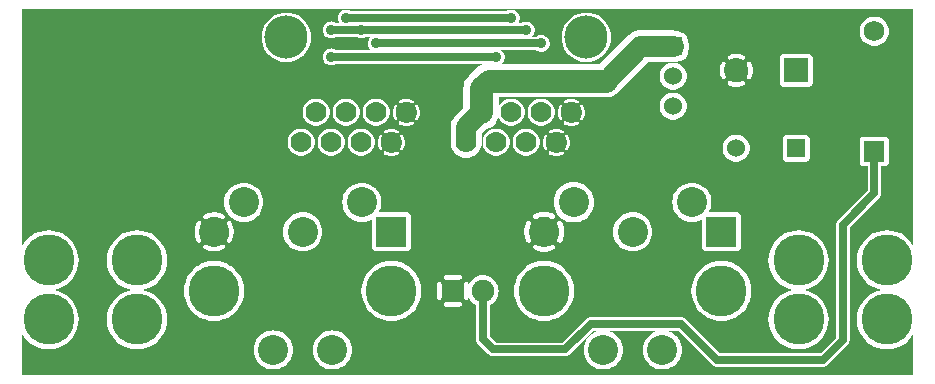
<source format=gbr>
G04 start of page 3 for group 1 idx 1 *
G04 Title: (unknown), solder *
G04 Creator: pcb 20110918 *
G04 CreationDate: Wed 29 Oct 2014 07:27:39 PM GMT UTC *
G04 For: ndholmes *
G04 Format: Gerber/RS-274X *
G04 PCB-Dimensions: 300000 125000 *
G04 PCB-Coordinate-Origin: lower left *
%MOIN*%
%FSLAX25Y25*%
%LNBOTTOM*%
%ADD56C,0.0430*%
%ADD55C,0.0350*%
%ADD54C,0.1280*%
%ADD53C,0.0380*%
%ADD52C,0.0480*%
%ADD51C,0.0950*%
%ADD50C,0.0730*%
%ADD49C,0.0510*%
%ADD48C,0.0200*%
%ADD47C,0.0360*%
%ADD46C,0.1440*%
%ADD45C,0.0680*%
%ADD44C,0.0600*%
%ADD43C,0.0800*%
%ADD42C,0.1700*%
%ADD41C,0.1000*%
%ADD40C,0.0750*%
%ADD39C,0.0400*%
%ADD38C,0.0650*%
%ADD37C,0.0250*%
%ADD36C,0.0700*%
%ADD35C,0.0001*%
G54D35*G36*
X285492Y10940D02*X286650Y10460D01*
X288181Y10093D01*
X289750Y9969D01*
X291319Y10093D01*
X292850Y10460D01*
X294304Y11062D01*
X295646Y11885D01*
X296843Y12907D01*
X297865Y14104D01*
X298500Y15140D01*
Y1500D01*
X285492D01*
Y10940D01*
G37*
G36*
Y30640D02*X286650Y30160D01*
X287942Y29850D01*
X286650Y29540D01*
X285492Y29060D01*
Y30640D01*
G37*
G36*
Y123500D02*X298500D01*
Y44560D01*
X297865Y45596D01*
X296843Y46793D01*
X295646Y47815D01*
X294304Y48638D01*
X292850Y49240D01*
X291319Y49607D01*
X289750Y49731D01*
X288181Y49607D01*
X286650Y49240D01*
X285492Y48760D01*
Y58810D01*
X287029Y60347D01*
X287096Y60404D01*
X287326Y60673D01*
X287326Y60673D01*
X287511Y60975D01*
X287646Y61303D01*
X287729Y61647D01*
X287757Y62000D01*
X287750Y62088D01*
Y71111D01*
X289135Y71114D01*
X289365Y71169D01*
X289583Y71259D01*
X289784Y71383D01*
X289964Y71536D01*
X290117Y71716D01*
X290241Y71917D01*
X290331Y72135D01*
X290386Y72365D01*
X290400Y72600D01*
X290386Y79635D01*
X290331Y79865D01*
X290241Y80083D01*
X290117Y80284D01*
X289964Y80464D01*
X289784Y80617D01*
X289583Y80741D01*
X289365Y80831D01*
X289135Y80886D01*
X288900Y80900D01*
X285492Y80893D01*
Y111085D01*
X285500Y111085D01*
X286269Y111145D01*
X287019Y111325D01*
X287731Y111621D01*
X288389Y112024D01*
X288976Y112524D01*
X289476Y113111D01*
X289879Y113769D01*
X290175Y114481D01*
X290355Y115231D01*
X290400Y116000D01*
X290355Y116769D01*
X290175Y117519D01*
X289879Y118231D01*
X289476Y118889D01*
X288976Y119476D01*
X288389Y119976D01*
X287731Y120379D01*
X287019Y120675D01*
X286269Y120855D01*
X285500Y120915D01*
X285492Y120915D01*
Y123500D01*
G37*
G36*
Y48760D02*X285196Y48638D01*
X283854Y47815D01*
X282657Y46793D01*
X281635Y45596D01*
X280812Y44254D01*
X280210Y42800D01*
X279843Y41269D01*
X279719Y39700D01*
X279843Y38131D01*
X280210Y36600D01*
X280812Y35146D01*
X281635Y33804D01*
X282657Y32607D01*
X283854Y31585D01*
X285196Y30762D01*
X285492Y30640D01*
Y29060D01*
X285196Y28938D01*
X283854Y28115D01*
X282657Y27093D01*
X281635Y25896D01*
X280812Y24554D01*
X280210Y23100D01*
X279843Y21569D01*
X279719Y20000D01*
X279843Y18431D01*
X280210Y16900D01*
X280812Y15446D01*
X281635Y14104D01*
X282657Y12907D01*
X283854Y11885D01*
X285196Y11062D01*
X285492Y10940D01*
Y1500D01*
X260235D01*
Y4250D01*
X268412D01*
X268500Y4243D01*
X268853Y4271D01*
X268853Y4271D01*
X269197Y4354D01*
X269525Y4489D01*
X269827Y4674D01*
X270096Y4904D01*
X270153Y4971D01*
X276529Y11347D01*
X276596Y11404D01*
X276826Y11673D01*
X276826Y11673D01*
X277011Y11975D01*
X277146Y12303D01*
X277229Y12647D01*
X277257Y13000D01*
X277250Y13088D01*
Y50568D01*
X285492Y58810D01*
Y48760D01*
G37*
G36*
X260235Y123500D02*X285492D01*
Y120915D01*
X284731Y120855D01*
X283981Y120675D01*
X283269Y120379D01*
X282611Y119976D01*
X282024Y119476D01*
X281524Y118889D01*
X281121Y118231D01*
X280825Y117519D01*
X280645Y116769D01*
X280585Y116000D01*
X280645Y115231D01*
X280825Y114481D01*
X281121Y113769D01*
X281524Y113111D01*
X282024Y112524D01*
X282611Y112024D01*
X283269Y111621D01*
X283981Y111325D01*
X284731Y111145D01*
X285492Y111085D01*
Y80893D01*
X281865Y80886D01*
X281635Y80831D01*
X281417Y80741D01*
X281216Y80617D01*
X281036Y80464D01*
X280883Y80284D01*
X280759Y80083D01*
X280669Y79865D01*
X280614Y79635D01*
X280600Y79400D01*
X280614Y72365D01*
X280669Y72135D01*
X280759Y71917D01*
X280883Y71716D01*
X281036Y71536D01*
X281216Y71383D01*
X281417Y71259D01*
X281635Y71169D01*
X281865Y71114D01*
X282100Y71100D01*
X283250Y71102D01*
Y62932D01*
X273471Y53153D01*
X273404Y53096D01*
X273174Y52827D01*
X272989Y52525D01*
X272854Y52197D01*
X272771Y51853D01*
X272771Y51853D01*
X272743Y51500D01*
X272750Y51412D01*
Y13932D01*
X267568Y8750D01*
X260235D01*
Y9970D01*
X260250Y9969D01*
X261819Y10093D01*
X263350Y10460D01*
X264804Y11062D01*
X266146Y11885D01*
X267343Y12907D01*
X268365Y14104D01*
X269188Y15446D01*
X269790Y16900D01*
X270157Y18431D01*
X270250Y20000D01*
X270157Y21569D01*
X269790Y23100D01*
X269188Y24554D01*
X268365Y25896D01*
X267343Y27093D01*
X266146Y28115D01*
X264804Y28938D01*
X263350Y29540D01*
X262058Y29850D01*
X263350Y30160D01*
X264804Y30762D01*
X266146Y31585D01*
X267343Y32607D01*
X268365Y33804D01*
X269188Y35146D01*
X269790Y36600D01*
X270157Y38131D01*
X270250Y39700D01*
X270157Y41269D01*
X269790Y42800D01*
X269188Y44254D01*
X268365Y45596D01*
X267343Y46793D01*
X266146Y47815D01*
X264804Y48638D01*
X263350Y49240D01*
X261819Y49607D01*
X260250Y49731D01*
X260235Y49730D01*
Y72508D01*
X262735Y72514D01*
X262965Y72569D01*
X263183Y72659D01*
X263384Y72783D01*
X263564Y72936D01*
X263717Y73116D01*
X263841Y73317D01*
X263931Y73535D01*
X263986Y73765D01*
X264000Y74000D01*
X263986Y80235D01*
X263931Y80465D01*
X263841Y80683D01*
X263717Y80884D01*
X263564Y81064D01*
X263384Y81217D01*
X263183Y81341D01*
X262965Y81431D01*
X262735Y81486D01*
X262500Y81500D01*
X260235Y81495D01*
Y97508D01*
X263735Y97514D01*
X263965Y97569D01*
X264183Y97659D01*
X264384Y97783D01*
X264564Y97936D01*
X264717Y98116D01*
X264841Y98317D01*
X264931Y98535D01*
X264986Y98765D01*
X265000Y99000D01*
X264986Y107235D01*
X264931Y107465D01*
X264841Y107683D01*
X264717Y107884D01*
X264564Y108064D01*
X264384Y108217D01*
X264183Y108341D01*
X263965Y108431D01*
X263735Y108486D01*
X263500Y108500D01*
X260235Y108494D01*
Y123500D01*
G37*
G36*
Y1500D02*X219575D01*
Y5324D01*
X220125Y5968D01*
X220659Y6840D01*
X221051Y7785D01*
X221290Y8780D01*
X221350Y9800D01*
X221290Y10820D01*
X221051Y11815D01*
X220659Y12760D01*
X220125Y13632D01*
X219575Y14276D01*
Y16250D01*
X220068D01*
X231347Y4971D01*
X231404Y4904D01*
X231673Y4674D01*
X231673Y4674D01*
X231975Y4489D01*
X232303Y4354D01*
X232647Y4271D01*
X233000Y4243D01*
X233088Y4250D01*
X260235D01*
Y1500D01*
G37*
G36*
X243993Y123500D02*X260235D01*
Y108494D01*
X255265Y108486D01*
X255035Y108431D01*
X254817Y108341D01*
X254616Y108217D01*
X254436Y108064D01*
X254283Y107884D01*
X254159Y107683D01*
X254069Y107465D01*
X254014Y107235D01*
X254000Y107000D01*
X254014Y98765D01*
X254069Y98535D01*
X254159Y98317D01*
X254283Y98116D01*
X254436Y97936D01*
X254616Y97783D01*
X254817Y97659D01*
X255035Y97569D01*
X255265Y97514D01*
X255500Y97500D01*
X260235Y97508D01*
Y81495D01*
X256265Y81486D01*
X256035Y81431D01*
X255817Y81341D01*
X255616Y81217D01*
X255436Y81064D01*
X255283Y80884D01*
X255159Y80683D01*
X255069Y80465D01*
X255014Y80235D01*
X255000Y80000D01*
X255014Y73765D01*
X255069Y73535D01*
X255159Y73317D01*
X255283Y73116D01*
X255436Y72936D01*
X255616Y72783D01*
X255817Y72659D01*
X256035Y72569D01*
X256265Y72514D01*
X256500Y72500D01*
X260235Y72508D01*
Y49730D01*
X258681Y49607D01*
X257150Y49240D01*
X255696Y48638D01*
X254354Y47815D01*
X253157Y46793D01*
X252135Y45596D01*
X251312Y44254D01*
X250710Y42800D01*
X250343Y41269D01*
X250219Y39700D01*
X250343Y38131D01*
X250710Y36600D01*
X251312Y35146D01*
X252135Y33804D01*
X253157Y32607D01*
X254354Y31585D01*
X255696Y30762D01*
X257150Y30160D01*
X258442Y29850D01*
X257150Y29540D01*
X255696Y28938D01*
X254354Y28115D01*
X253157Y27093D01*
X252135Y25896D01*
X251312Y24554D01*
X250710Y23100D01*
X250343Y21569D01*
X250219Y20000D01*
X250343Y18431D01*
X250710Y16900D01*
X251312Y15446D01*
X252135Y14104D01*
X253157Y12907D01*
X254354Y11885D01*
X255696Y11062D01*
X257150Y10460D01*
X258681Y10093D01*
X260235Y9970D01*
Y8750D01*
X243993D01*
Y26165D01*
X244090Y26400D01*
X244457Y27931D01*
X244550Y29500D01*
X244457Y31069D01*
X244090Y32600D01*
X243993Y32835D01*
Y76874D01*
X244000Y77000D01*
X243993Y77126D01*
Y100145D01*
X244078Y100181D01*
X244179Y100243D01*
X244269Y100319D01*
X244345Y100409D01*
X244405Y100511D01*
X244622Y100980D01*
X244789Y101469D01*
X244909Y101972D01*
X244982Y102484D01*
X245006Y103000D01*
X244982Y103516D01*
X244909Y104028D01*
X244789Y104531D01*
X244622Y105020D01*
X244410Y105492D01*
X244349Y105593D01*
X244272Y105684D01*
X244182Y105761D01*
X244080Y105823D01*
X243993Y105860D01*
Y123500D01*
G37*
G36*
Y32835D02*X243488Y34054D01*
X242665Y35396D01*
X241643Y36593D01*
X240446Y37615D01*
X239502Y38193D01*
Y42714D01*
X239785Y42714D01*
X240015Y42769D01*
X240233Y42859D01*
X240434Y42983D01*
X240614Y43136D01*
X240767Y43316D01*
X240891Y43517D01*
X240981Y43735D01*
X241036Y43965D01*
X241050Y44200D01*
X241036Y54435D01*
X240981Y54665D01*
X240891Y54883D01*
X240767Y55084D01*
X240614Y55264D01*
X240434Y55417D01*
X240233Y55541D01*
X240015Y55631D01*
X239785Y55686D01*
X239550Y55700D01*
X239502Y55700D01*
Y72486D01*
X240206Y72542D01*
X240895Y72707D01*
X241549Y72978D01*
X242153Y73348D01*
X242692Y73808D01*
X243152Y74347D01*
X243522Y74951D01*
X243793Y75605D01*
X243958Y76294D01*
X243993Y76874D01*
Y32835D01*
G37*
G36*
Y8750D02*X239502D01*
Y20807D01*
X240446Y21385D01*
X241643Y22407D01*
X242665Y23604D01*
X243488Y24946D01*
X243993Y26165D01*
Y8750D01*
G37*
G36*
X239502Y123500D02*X243993D01*
Y105860D01*
X243971Y105869D01*
X243855Y105897D01*
X243737Y105906D01*
X243619Y105897D01*
X243503Y105870D01*
X243393Y105824D01*
X243292Y105762D01*
X243202Y105686D01*
X243124Y105595D01*
X243062Y105494D01*
X243016Y105385D01*
X242989Y105269D01*
X242979Y105151D01*
X242988Y105032D01*
X243016Y104917D01*
X243063Y104808D01*
X243221Y104468D01*
X243342Y104112D01*
X243430Y103747D01*
X243482Y103375D01*
X243500Y103000D01*
X243482Y102625D01*
X243430Y102253D01*
X243342Y101888D01*
X243221Y101532D01*
X243067Y101190D01*
X243020Y101082D01*
X242993Y100967D01*
X242983Y100849D01*
X242993Y100732D01*
X243021Y100617D01*
X243066Y100508D01*
X243128Y100407D01*
X243205Y100318D01*
X243295Y100241D01*
X243395Y100180D01*
X243504Y100135D01*
X243619Y100107D01*
X243737Y100098D01*
X243855Y100108D01*
X243969Y100135D01*
X243993Y100145D01*
Y77126D01*
X243958Y77706D01*
X243793Y78395D01*
X243522Y79049D01*
X243152Y79653D01*
X242692Y80192D01*
X242153Y80652D01*
X241549Y81022D01*
X240895Y81293D01*
X240206Y81458D01*
X239502Y81514D01*
Y97494D01*
X240016Y97518D01*
X240528Y97591D01*
X241031Y97711D01*
X241520Y97878D01*
X241992Y98090D01*
X242093Y98151D01*
X242184Y98228D01*
X242261Y98318D01*
X242323Y98420D01*
X242369Y98529D01*
X242397Y98645D01*
X242406Y98763D01*
X242397Y98881D01*
X242370Y98997D01*
X242324Y99107D01*
X242262Y99208D01*
X242186Y99298D01*
X242095Y99376D01*
X241994Y99438D01*
X241885Y99484D01*
X241769Y99511D01*
X241651Y99521D01*
X241532Y99512D01*
X241417Y99484D01*
X241308Y99437D01*
X240968Y99279D01*
X240612Y99158D01*
X240247Y99070D01*
X239875Y99018D01*
X239502Y99000D01*
Y107000D01*
X239875Y106982D01*
X240247Y106930D01*
X240612Y106842D01*
X240968Y106721D01*
X241310Y106567D01*
X241418Y106520D01*
X241533Y106493D01*
X241651Y106483D01*
X241768Y106493D01*
X241883Y106521D01*
X241992Y106566D01*
X242093Y106628D01*
X242182Y106705D01*
X242259Y106795D01*
X242320Y106895D01*
X242365Y107004D01*
X242393Y107119D01*
X242402Y107237D01*
X242392Y107355D01*
X242365Y107469D01*
X242319Y107578D01*
X242257Y107679D01*
X242181Y107769D01*
X242091Y107845D01*
X241989Y107905D01*
X241520Y108122D01*
X241031Y108289D01*
X240528Y108409D01*
X240016Y108482D01*
X239502Y108506D01*
Y123500D01*
G37*
G36*
Y8750D02*X233932D01*
X222653Y20029D01*
X222596Y20096D01*
X222327Y20326D01*
X222327Y20326D01*
X222212Y20396D01*
X222025Y20511D01*
X221793Y20607D01*
X221697Y20646D01*
X221353Y20729D01*
X221000Y20757D01*
X220912Y20750D01*
X219575D01*
Y54992D01*
X220090Y54390D01*
X220868Y53725D01*
X221740Y53191D01*
X222685Y52799D01*
X223680Y52560D01*
X224700Y52480D01*
X225720Y52560D01*
X226715Y52799D01*
X227660Y53191D01*
X228051Y53430D01*
X228064Y43965D01*
X228119Y43735D01*
X228209Y43517D01*
X228333Y43316D01*
X228486Y43136D01*
X228666Y42983D01*
X228867Y42859D01*
X229085Y42769D01*
X229315Y42714D01*
X229550Y42700D01*
X239502Y42714D01*
Y38193D01*
X239104Y38438D01*
X237650Y39040D01*
X236119Y39407D01*
X234550Y39531D01*
X232981Y39407D01*
X231450Y39040D01*
X229996Y38438D01*
X228654Y37615D01*
X227457Y36593D01*
X226435Y35396D01*
X225612Y34054D01*
X225010Y32600D01*
X224643Y31069D01*
X224519Y29500D01*
X224643Y27931D01*
X225010Y26400D01*
X225612Y24946D01*
X226435Y23604D01*
X227457Y22407D01*
X228654Y21385D01*
X229996Y20562D01*
X231450Y19960D01*
X232981Y19593D01*
X234550Y19469D01*
X236119Y19593D01*
X237650Y19960D01*
X239104Y20562D01*
X239502Y20807D01*
Y8750D01*
G37*
G36*
X235007Y76729D02*X235042Y76294D01*
X235207Y75605D01*
X235478Y74951D01*
X235848Y74347D01*
X236308Y73808D01*
X236847Y73348D01*
X237451Y72978D01*
X238105Y72707D01*
X238794Y72542D01*
X239500Y72486D01*
X239502Y72486D01*
Y55700D01*
X235007Y55694D01*
Y76729D01*
G37*
G36*
Y123500D02*X239502D01*
Y108506D01*
X239500Y108506D01*
X238984Y108482D01*
X238472Y108409D01*
X237969Y108289D01*
X237480Y108122D01*
X237008Y107910D01*
X236907Y107849D01*
X236816Y107772D01*
X236739Y107682D01*
X236677Y107580D01*
X236631Y107471D01*
X236603Y107355D01*
X236594Y107237D01*
X236603Y107119D01*
X236630Y107003D01*
X236676Y106893D01*
X236738Y106792D01*
X236814Y106702D01*
X236905Y106624D01*
X237006Y106562D01*
X237115Y106516D01*
X237231Y106489D01*
X237349Y106479D01*
X237468Y106488D01*
X237583Y106516D01*
X237692Y106563D01*
X238032Y106721D01*
X238388Y106842D01*
X238753Y106930D01*
X239125Y106982D01*
X239500Y107000D01*
X239502Y107000D01*
Y99000D01*
X239500Y99000D01*
X239125Y99018D01*
X238753Y99070D01*
X238388Y99158D01*
X238032Y99279D01*
X237690Y99433D01*
X237582Y99480D01*
X237467Y99507D01*
X237349Y99517D01*
X237232Y99507D01*
X237117Y99479D01*
X237008Y99434D01*
X236907Y99372D01*
X236818Y99295D01*
X236741Y99205D01*
X236680Y99105D01*
X236635Y98996D01*
X236607Y98881D01*
X236598Y98763D01*
X236608Y98645D01*
X236635Y98531D01*
X236681Y98422D01*
X236743Y98321D01*
X236819Y98231D01*
X236909Y98155D01*
X237011Y98095D01*
X237480Y97878D01*
X237969Y97711D01*
X238472Y97591D01*
X238984Y97518D01*
X239500Y97494D01*
X239502Y97494D01*
Y81514D01*
X239500Y81514D01*
X238794Y81458D01*
X238105Y81293D01*
X237451Y81022D01*
X236847Y80652D01*
X236308Y80192D01*
X235848Y79653D01*
X235478Y79049D01*
X235207Y78395D01*
X235042Y77706D01*
X235007Y77271D01*
Y100140D01*
X235029Y100131D01*
X235145Y100103D01*
X235263Y100094D01*
X235381Y100103D01*
X235497Y100130D01*
X235607Y100176D01*
X235708Y100238D01*
X235798Y100314D01*
X235876Y100405D01*
X235938Y100506D01*
X235984Y100615D01*
X236011Y100731D01*
X236021Y100849D01*
X236012Y100968D01*
X235984Y101083D01*
X235937Y101192D01*
X235779Y101532D01*
X235658Y101888D01*
X235570Y102253D01*
X235518Y102625D01*
X235500Y103000D01*
X235518Y103375D01*
X235570Y103747D01*
X235658Y104112D01*
X235779Y104468D01*
X235933Y104810D01*
X235980Y104918D01*
X236007Y105033D01*
X236017Y105151D01*
X236007Y105268D01*
X235979Y105383D01*
X235934Y105492D01*
X235872Y105593D01*
X235795Y105682D01*
X235705Y105759D01*
X235605Y105820D01*
X235496Y105865D01*
X235381Y105893D01*
X235263Y105902D01*
X235145Y105892D01*
X235031Y105865D01*
X235007Y105855D01*
Y123500D01*
G37*
G36*
X219575D02*X235007D01*
Y105855D01*
X234922Y105819D01*
X234821Y105757D01*
X234731Y105681D01*
X234655Y105591D01*
X234595Y105489D01*
X234378Y105020D01*
X234211Y104531D01*
X234091Y104028D01*
X234018Y103516D01*
X233994Y103000D01*
X234018Y102484D01*
X234091Y101972D01*
X234211Y101469D01*
X234378Y100980D01*
X234590Y100508D01*
X234651Y100407D01*
X234728Y100316D01*
X234818Y100239D01*
X234920Y100177D01*
X235007Y100140D01*
Y77271D01*
X234986Y77000D01*
X235007Y76729D01*
Y55694D01*
X230293Y55687D01*
X230509Y56040D01*
X230901Y56985D01*
X231140Y57980D01*
X231200Y59000D01*
X231140Y60020D01*
X230901Y61015D01*
X230509Y61960D01*
X229975Y62832D01*
X229310Y63610D01*
X228532Y64275D01*
X227660Y64809D01*
X226715Y65201D01*
X225720Y65440D01*
X224700Y65520D01*
X223680Y65440D01*
X222685Y65201D01*
X221740Y64809D01*
X220868Y64275D01*
X220090Y63610D01*
X219575Y63008D01*
Y86630D01*
X219895Y86707D01*
X220549Y86978D01*
X221153Y87348D01*
X221692Y87808D01*
X222152Y88347D01*
X222522Y88951D01*
X222793Y89605D01*
X222958Y90294D01*
X223000Y91000D01*
X222958Y91706D01*
X222793Y92395D01*
X222522Y93049D01*
X222152Y93653D01*
X221692Y94192D01*
X221153Y94652D01*
X220549Y95022D01*
X219895Y95293D01*
X219575Y95370D01*
Y96630D01*
X219895Y96707D01*
X220549Y96978D01*
X221153Y97348D01*
X221692Y97808D01*
X222152Y98347D01*
X222522Y98951D01*
X222793Y99605D01*
X222958Y100294D01*
X223000Y101000D01*
X222958Y101706D01*
X222793Y102395D01*
X222522Y103049D01*
X222152Y103653D01*
X221692Y104192D01*
X221153Y104652D01*
X220549Y105022D01*
X219895Y105293D01*
X219575Y105370D01*
Y105808D01*
X220143Y105944D01*
X220914Y106263D01*
X221321Y106513D01*
X221735Y106514D01*
X221965Y106569D01*
X222183Y106659D01*
X222384Y106783D01*
X222564Y106936D01*
X222717Y107116D01*
X222841Y107317D01*
X222931Y107535D01*
X222986Y107765D01*
X223000Y108000D01*
X223000Y108199D01*
X223237Y108586D01*
X223556Y109357D01*
X223751Y110168D01*
X223816Y111000D01*
X223751Y111832D01*
X223556Y112643D01*
X223237Y113414D01*
X222987Y113821D01*
X222986Y114235D01*
X222931Y114465D01*
X222841Y114683D01*
X222717Y114884D01*
X222564Y115064D01*
X222384Y115217D01*
X222183Y115341D01*
X221965Y115431D01*
X221735Y115486D01*
X221500Y115500D01*
X221301Y115500D01*
X220914Y115737D01*
X220143Y116056D01*
X219575Y116192D01*
Y123500D01*
G37*
G36*
Y14276D02*X219460Y14410D01*
X218682Y15075D01*
X217810Y15609D01*
X216865Y16001D01*
X215870Y16240D01*
X215740Y16250D01*
X219575D01*
Y14276D01*
G37*
G36*
X184502Y8820D02*X191932Y16250D01*
X194260D01*
X194130Y16240D01*
X193135Y16001D01*
X192190Y15609D01*
X191318Y15075D01*
X190540Y14410D01*
X189875Y13632D01*
X189341Y12760D01*
X188949Y11815D01*
X188710Y10820D01*
X188630Y9800D01*
X188710Y8780D01*
X188949Y7785D01*
X189341Y6840D01*
X189875Y5968D01*
X190540Y5190D01*
X191318Y4525D01*
X192190Y3991D01*
X193135Y3599D01*
X194130Y3360D01*
X195150Y3280D01*
X196170Y3360D01*
X197165Y3599D01*
X198110Y3991D01*
X198982Y4525D01*
X199760Y5190D01*
X200425Y5968D01*
X200959Y6840D01*
X201351Y7785D01*
X201590Y8780D01*
X201650Y9800D01*
X201590Y10820D01*
X201351Y11815D01*
X200959Y12760D01*
X200425Y13632D01*
X199760Y14410D01*
X198982Y15075D01*
X198110Y15609D01*
X197165Y16001D01*
X196170Y16240D01*
X196040Y16250D01*
X213960D01*
X213830Y16240D01*
X212835Y16001D01*
X211890Y15609D01*
X211018Y15075D01*
X210240Y14410D01*
X209575Y13632D01*
X209041Y12760D01*
X208649Y11815D01*
X208410Y10820D01*
X208330Y9800D01*
X208410Y8780D01*
X208649Y7785D01*
X209041Y6840D01*
X209575Y5968D01*
X210240Y5190D01*
X211018Y4525D01*
X211890Y3991D01*
X212835Y3599D01*
X213830Y3360D01*
X214850Y3280D01*
X215870Y3360D01*
X216865Y3599D01*
X217810Y3991D01*
X218682Y4525D01*
X219460Y5190D01*
X219575Y5324D01*
Y1500D01*
X184502D01*
Y8820D01*
G37*
G36*
X204990Y100712D02*X209978Y105700D01*
X218500D01*
X219332Y105749D01*
X219575Y105808D01*
Y105370D01*
X219206Y105458D01*
X218500Y105514D01*
X217794Y105458D01*
X217105Y105293D01*
X216451Y105022D01*
X215847Y104652D01*
X215308Y104192D01*
X214848Y103653D01*
X214478Y103049D01*
X214207Y102395D01*
X214042Y101706D01*
X213986Y101000D01*
X214042Y100294D01*
X214207Y99605D01*
X214478Y98951D01*
X214848Y98347D01*
X215308Y97808D01*
X215847Y97348D01*
X216451Y96978D01*
X217105Y96707D01*
X217794Y96542D01*
X218500Y96486D01*
X219206Y96542D01*
X219575Y96630D01*
Y95370D01*
X219206Y95458D01*
X218500Y95514D01*
X217794Y95458D01*
X217105Y95293D01*
X216451Y95022D01*
X215847Y94652D01*
X215308Y94192D01*
X214848Y93653D01*
X214478Y93049D01*
X214207Y92395D01*
X214042Y91706D01*
X213986Y91000D01*
X214042Y90294D01*
X214207Y89605D01*
X214478Y88951D01*
X214848Y88347D01*
X215308Y87808D01*
X215847Y87348D01*
X216451Y86978D01*
X217105Y86707D01*
X217794Y86542D01*
X218500Y86486D01*
X219206Y86542D01*
X219575Y86630D01*
Y63008D01*
X219425Y62832D01*
X218891Y61960D01*
X218499Y61015D01*
X218260Y60020D01*
X218180Y59000D01*
X218260Y57980D01*
X218499Y56985D01*
X218891Y56040D01*
X219425Y55168D01*
X219575Y54992D01*
Y20750D01*
X204990D01*
Y42681D01*
X205000Y42680D01*
X206020Y42760D01*
X207015Y42999D01*
X207960Y43391D01*
X208832Y43925D01*
X209610Y44590D01*
X210275Y45368D01*
X210809Y46240D01*
X211201Y47185D01*
X211440Y48180D01*
X211500Y49200D01*
X211440Y50220D01*
X211201Y51215D01*
X210809Y52160D01*
X210275Y53032D01*
X209610Y53810D01*
X208832Y54475D01*
X207960Y55009D01*
X207015Y55401D01*
X206020Y55640D01*
X205000Y55720D01*
X204990Y55719D01*
Y100712D01*
G37*
G36*
X188220Y93950D02*X196000D01*
X196871Y94001D01*
X197720Y94205D01*
X198527Y94540D01*
X199272Y94996D01*
X199937Y95563D01*
X200492Y96214D01*
X204990Y100712D01*
Y55719D01*
X203980Y55640D01*
X202985Y55401D01*
X202040Y55009D01*
X201168Y54475D01*
X200390Y53810D01*
X199725Y53032D01*
X199191Y52160D01*
X198799Y51215D01*
X198560Y50220D01*
X198480Y49200D01*
X198560Y48180D01*
X198799Y47185D01*
X199191Y46240D01*
X199725Y45368D01*
X200390Y44590D01*
X201168Y43925D01*
X202040Y43391D01*
X202985Y42999D01*
X203980Y42760D01*
X204990Y42681D01*
Y20750D01*
X191088D01*
X191000Y20757D01*
X190647Y20729D01*
X190303Y20646D01*
X189975Y20511D01*
X189673Y20326D01*
X189673Y20326D01*
X189404Y20096D01*
X189347Y20029D01*
X188220Y18902D01*
Y52958D01*
X188351Y53012D01*
X189250Y53563D01*
X190052Y54248D01*
X190737Y55050D01*
X191288Y55949D01*
X191692Y56923D01*
X191938Y57949D01*
X192000Y59000D01*
X191938Y60051D01*
X191692Y61077D01*
X191288Y62051D01*
X190737Y62950D01*
X190052Y63752D01*
X189250Y64437D01*
X188351Y64988D01*
X188220Y65042D01*
Y86544D01*
X188271Y86583D01*
X188326Y86639D01*
X188370Y86704D01*
X188564Y87056D01*
X188721Y87426D01*
X188844Y87809D01*
X188933Y88200D01*
X188987Y88599D01*
X189004Y89000D01*
X188987Y89401D01*
X188933Y89800D01*
X188844Y90191D01*
X188721Y90574D01*
X188564Y90944D01*
X188374Y91298D01*
X188329Y91363D01*
X188274Y91420D01*
X188220Y91460D01*
Y93950D01*
G37*
G36*
Y18902D02*X184502Y15184D01*
Y25222D01*
X184990Y26400D01*
X185357Y27931D01*
X185450Y29500D01*
X185357Y31069D01*
X184990Y32600D01*
X184502Y33778D01*
Y52342D01*
X185300Y52279D01*
X186351Y52362D01*
X187377Y52608D01*
X188220Y52958D01*
Y18902D01*
G37*
G36*
X184502Y93950D02*X188220D01*
Y91460D01*
X188210Y91468D01*
X188140Y91504D01*
X188065Y91530D01*
X187987Y91544D01*
X187908Y91545D01*
X187829Y91533D01*
X187754Y91510D01*
X187683Y91475D01*
X187618Y91429D01*
X187561Y91374D01*
X187513Y91311D01*
X187476Y91241D01*
X187451Y91166D01*
X187437Y91088D01*
X187436Y91008D01*
X187448Y90930D01*
X187471Y90854D01*
X187507Y90784D01*
X187657Y90510D01*
X187779Y90223D01*
X187875Y89926D01*
X187944Y89621D01*
X187986Y89312D01*
X188000Y89000D01*
X187986Y88688D01*
X187944Y88379D01*
X187875Y88074D01*
X187779Y87777D01*
X187657Y87490D01*
X187510Y87214D01*
X187474Y87145D01*
X187451Y87069D01*
X187440Y86991D01*
X187441Y86913D01*
X187454Y86835D01*
X187480Y86761D01*
X187516Y86691D01*
X187564Y86628D01*
X187620Y86573D01*
X187684Y86528D01*
X187755Y86493D01*
X187830Y86470D01*
X187908Y86459D01*
X187987Y86460D01*
X188064Y86473D01*
X188139Y86499D01*
X188208Y86535D01*
X188220Y86544D01*
Y65042D01*
X187377Y65392D01*
X186351Y65638D01*
X185300Y65721D01*
X184502Y65658D01*
Y84496D01*
X184901Y84513D01*
X185300Y84567D01*
X185691Y84656D01*
X186074Y84779D01*
X186444Y84936D01*
X186798Y85126D01*
X186863Y85171D01*
X186920Y85226D01*
X186968Y85290D01*
X187004Y85360D01*
X187030Y85435D01*
X187044Y85513D01*
X187045Y85592D01*
X187033Y85671D01*
X187010Y85746D01*
X186975Y85817D01*
X186929Y85882D01*
X186874Y85939D01*
X186811Y85987D01*
X186741Y86024D01*
X186666Y86049D01*
X186588Y86063D01*
X186508Y86064D01*
X186430Y86052D01*
X186354Y86029D01*
X186284Y85993D01*
X186010Y85843D01*
X185723Y85721D01*
X185426Y85625D01*
X185121Y85556D01*
X184812Y85514D01*
X184502Y85500D01*
Y92500D01*
X184812Y92486D01*
X185121Y92444D01*
X185426Y92375D01*
X185723Y92279D01*
X186010Y92157D01*
X186286Y92010D01*
X186355Y91974D01*
X186431Y91951D01*
X186509Y91940D01*
X186587Y91941D01*
X186665Y91954D01*
X186739Y91980D01*
X186809Y92016D01*
X186872Y92064D01*
X186927Y92120D01*
X186972Y92184D01*
X187007Y92255D01*
X187030Y92330D01*
X187041Y92408D01*
X187040Y92487D01*
X187027Y92564D01*
X187001Y92639D01*
X186965Y92708D01*
X186917Y92771D01*
X186861Y92826D01*
X186796Y92870D01*
X186444Y93064D01*
X186074Y93221D01*
X185691Y93344D01*
X185300Y93433D01*
X184901Y93487D01*
X184502Y93504D01*
Y93950D01*
G37*
G36*
X180780Y7750D02*X182412D01*
X182500Y7743D01*
X182853Y7771D01*
X182853Y7771D01*
X183197Y7854D01*
X183525Y7989D01*
X183827Y8174D01*
X184096Y8404D01*
X184153Y8471D01*
X184502Y8820D01*
Y1500D01*
X180780D01*
Y7750D01*
G37*
G36*
Y21038D02*X181346Y21385D01*
X182543Y22407D01*
X183565Y23604D01*
X184388Y24946D01*
X184502Y25222D01*
Y15184D01*
X181568Y12250D01*
X180780D01*
Y21038D01*
G37*
G36*
Y54050D02*X181350Y53563D01*
X182249Y53012D01*
X183223Y52608D01*
X184249Y52362D01*
X184502Y52342D01*
Y33778D01*
X184388Y34054D01*
X183565Y35396D01*
X182543Y36593D01*
X181346Y37615D01*
X180780Y37962D01*
Y45592D01*
X180843Y45605D01*
X180967Y45654D01*
X181083Y45721D01*
X181187Y45805D01*
X181276Y45905D01*
X181346Y46018D01*
X181615Y46558D01*
X181827Y47123D01*
X181988Y47704D01*
X182096Y48298D01*
X182150Y48898D01*
Y49502D01*
X182096Y50102D01*
X181988Y50696D01*
X181827Y51277D01*
X181615Y51842D01*
X181352Y52385D01*
X181280Y52498D01*
X181190Y52599D01*
X181086Y52683D01*
X180970Y52751D01*
X180844Y52800D01*
X180780Y52814D01*
Y54050D01*
G37*
G36*
X183220Y84684D02*X183309Y84656D01*
X183700Y84567D01*
X184099Y84513D01*
X184500Y84496D01*
X184502Y84496D01*
Y65658D01*
X184249Y65638D01*
X183223Y65392D01*
X183220Y65391D01*
Y76544D01*
X183271Y76583D01*
X183326Y76639D01*
X183370Y76704D01*
X183564Y77056D01*
X183721Y77426D01*
X183844Y77809D01*
X183933Y78200D01*
X183987Y78599D01*
X184004Y79000D01*
X183987Y79401D01*
X183933Y79800D01*
X183844Y80191D01*
X183721Y80574D01*
X183564Y80944D01*
X183374Y81298D01*
X183329Y81363D01*
X183274Y81420D01*
X183220Y81460D01*
Y84684D01*
G37*
G36*
Y92255D02*X183277Y92279D01*
X183574Y92375D01*
X183879Y92444D01*
X184188Y92486D01*
X184500Y92500D01*
X184502Y92500D01*
Y85500D01*
X184500Y85500D01*
X184188Y85514D01*
X183879Y85556D01*
X183574Y85625D01*
X183277Y85721D01*
X183220Y85745D01*
Y92255D01*
G37*
G36*
Y93950D02*X184502D01*
Y93504D01*
X184500Y93504D01*
X184099Y93487D01*
X183700Y93433D01*
X183309Y93344D01*
X183220Y93316D01*
Y93950D01*
G37*
G36*
X180780D02*X183220D01*
Y93316D01*
X182926Y93221D01*
X182556Y93064D01*
X182202Y92874D01*
X182137Y92829D01*
X182080Y92774D01*
X182032Y92710D01*
X181996Y92640D01*
X181970Y92565D01*
X181956Y92487D01*
X181955Y92408D01*
X181967Y92329D01*
X181990Y92254D01*
X182025Y92183D01*
X182071Y92118D01*
X182126Y92061D01*
X182189Y92013D01*
X182259Y91976D01*
X182334Y91951D01*
X182412Y91937D01*
X182492Y91936D01*
X182570Y91948D01*
X182646Y91971D01*
X182716Y92007D01*
X182990Y92157D01*
X183220Y92255D01*
Y85745D01*
X182990Y85843D01*
X182714Y85990D01*
X182645Y86026D01*
X182569Y86049D01*
X182491Y86060D01*
X182413Y86059D01*
X182335Y86046D01*
X182261Y86020D01*
X182191Y85984D01*
X182128Y85936D01*
X182073Y85880D01*
X182028Y85816D01*
X181993Y85745D01*
X181970Y85670D01*
X181959Y85592D01*
X181960Y85513D01*
X181973Y85436D01*
X181999Y85361D01*
X182035Y85292D01*
X182083Y85229D01*
X182139Y85174D01*
X182204Y85130D01*
X182556Y84936D01*
X182926Y84779D01*
X183220Y84684D01*
Y81460D01*
X183210Y81468D01*
X183140Y81504D01*
X183065Y81530D01*
X182987Y81544D01*
X182908Y81545D01*
X182829Y81533D01*
X182754Y81510D01*
X182683Y81475D01*
X182618Y81429D01*
X182561Y81374D01*
X182513Y81311D01*
X182476Y81241D01*
X182451Y81166D01*
X182437Y81088D01*
X182436Y81008D01*
X182448Y80930D01*
X182471Y80854D01*
X182507Y80784D01*
X182657Y80510D01*
X182779Y80223D01*
X182875Y79926D01*
X182944Y79621D01*
X182986Y79312D01*
X183000Y79000D01*
X182986Y78688D01*
X182944Y78379D01*
X182875Y78074D01*
X182779Y77777D01*
X182657Y77490D01*
X182510Y77214D01*
X182474Y77145D01*
X182451Y77069D01*
X182440Y76991D01*
X182441Y76913D01*
X182454Y76835D01*
X182480Y76761D01*
X182516Y76691D01*
X182564Y76628D01*
X182620Y76573D01*
X182684Y76528D01*
X182755Y76493D01*
X182830Y76470D01*
X182908Y76459D01*
X182987Y76460D01*
X183064Y76473D01*
X183139Y76499D01*
X183208Y76535D01*
X183220Y76544D01*
Y65391D01*
X182249Y64988D01*
X181350Y64437D01*
X180780Y63950D01*
Y74684D01*
X181074Y74779D01*
X181444Y74936D01*
X181798Y75126D01*
X181863Y75171D01*
X181920Y75226D01*
X181968Y75290D01*
X182004Y75360D01*
X182030Y75435D01*
X182044Y75513D01*
X182045Y75592D01*
X182033Y75671D01*
X182010Y75746D01*
X181975Y75817D01*
X181929Y75882D01*
X181874Y75939D01*
X181811Y75987D01*
X181741Y76024D01*
X181666Y76049D01*
X181588Y76063D01*
X181508Y76064D01*
X181430Y76052D01*
X181354Y76029D01*
X181284Y75993D01*
X181010Y75843D01*
X180780Y75745D01*
Y82255D01*
X181010Y82157D01*
X181286Y82010D01*
X181355Y81974D01*
X181431Y81951D01*
X181509Y81940D01*
X181587Y81941D01*
X181665Y81954D01*
X181739Y81980D01*
X181809Y82016D01*
X181872Y82064D01*
X181927Y82120D01*
X181972Y82184D01*
X182007Y82255D01*
X182030Y82330D01*
X182041Y82408D01*
X182040Y82487D01*
X182027Y82564D01*
X182001Y82639D01*
X181965Y82708D01*
X181917Y82771D01*
X181861Y82826D01*
X181796Y82870D01*
X181444Y83064D01*
X181074Y83221D01*
X180780Y83316D01*
Y86540D01*
X180790Y86532D01*
X180860Y86496D01*
X180935Y86470D01*
X181013Y86456D01*
X181092Y86455D01*
X181171Y86467D01*
X181246Y86490D01*
X181317Y86525D01*
X181382Y86571D01*
X181439Y86626D01*
X181487Y86689D01*
X181524Y86759D01*
X181549Y86834D01*
X181563Y86912D01*
X181564Y86992D01*
X181552Y87070D01*
X181529Y87146D01*
X181493Y87216D01*
X181343Y87490D01*
X181221Y87777D01*
X181125Y88074D01*
X181056Y88379D01*
X181014Y88688D01*
X181000Y89000D01*
X181014Y89312D01*
X181056Y89621D01*
X181125Y89926D01*
X181221Y90223D01*
X181343Y90510D01*
X181490Y90786D01*
X181526Y90855D01*
X181549Y90931D01*
X181560Y91009D01*
X181559Y91087D01*
X181546Y91165D01*
X181520Y91239D01*
X181484Y91309D01*
X181436Y91372D01*
X181380Y91427D01*
X181316Y91472D01*
X181245Y91507D01*
X181170Y91530D01*
X181092Y91541D01*
X181013Y91540D01*
X180936Y91527D01*
X180861Y91501D01*
X180792Y91465D01*
X180780Y91456D01*
Y93950D01*
G37*
G36*
X175780Y7750D02*X180780D01*
Y1500D01*
X175780D01*
Y7750D01*
G37*
G36*
Y19495D02*X177019Y19593D01*
X178550Y19960D01*
X180004Y20562D01*
X180780Y21038D01*
Y12250D01*
X175780D01*
Y19495D01*
G37*
G36*
Y93950D02*X180780D01*
Y91456D01*
X180729Y91417D01*
X180674Y91361D01*
X180630Y91296D01*
X180436Y90944D01*
X180279Y90574D01*
X180156Y90191D01*
X180067Y89800D01*
X180013Y89401D01*
X179996Y89000D01*
X180013Y88599D01*
X180067Y88200D01*
X180156Y87809D01*
X180279Y87426D01*
X180436Y87056D01*
X180626Y86702D01*
X180671Y86637D01*
X180726Y86580D01*
X180780Y86540D01*
Y83316D01*
X180691Y83344D01*
X180300Y83433D01*
X179901Y83487D01*
X179500Y83504D01*
X179099Y83487D01*
X178700Y83433D01*
X178309Y83344D01*
X177926Y83221D01*
X177556Y83064D01*
X177202Y82874D01*
X177137Y82829D01*
X177080Y82774D01*
X177032Y82710D01*
X176996Y82640D01*
X176970Y82565D01*
X176956Y82487D01*
X176955Y82408D01*
X176967Y82329D01*
X176990Y82254D01*
X177025Y82183D01*
X177071Y82118D01*
X177126Y82061D01*
X177189Y82013D01*
X177259Y81976D01*
X177334Y81951D01*
X177412Y81937D01*
X177492Y81936D01*
X177570Y81948D01*
X177646Y81971D01*
X177716Y82007D01*
X177990Y82157D01*
X178277Y82279D01*
X178574Y82375D01*
X178879Y82444D01*
X179188Y82486D01*
X179500Y82500D01*
X179812Y82486D01*
X180121Y82444D01*
X180426Y82375D01*
X180723Y82279D01*
X180780Y82255D01*
Y75745D01*
X180723Y75721D01*
X180426Y75625D01*
X180121Y75556D01*
X179812Y75514D01*
X179500Y75500D01*
X179188Y75514D01*
X178879Y75556D01*
X178574Y75625D01*
X178277Y75721D01*
X177990Y75843D01*
X177714Y75990D01*
X177645Y76026D01*
X177569Y76049D01*
X177491Y76060D01*
X177413Y76059D01*
X177335Y76046D01*
X177261Y76020D01*
X177191Y75984D01*
X177128Y75936D01*
X177073Y75880D01*
X177028Y75816D01*
X176993Y75745D01*
X176970Y75670D01*
X176959Y75592D01*
X176960Y75513D01*
X176973Y75436D01*
X176999Y75361D01*
X177035Y75292D01*
X177083Y75229D01*
X177139Y75174D01*
X177204Y75130D01*
X177556Y74936D01*
X177926Y74779D01*
X178309Y74656D01*
X178700Y74567D01*
X179099Y74513D01*
X179500Y74496D01*
X179901Y74513D01*
X180300Y74567D01*
X180691Y74656D01*
X180780Y74684D01*
Y63950D01*
X180548Y63752D01*
X179863Y62950D01*
X179312Y62051D01*
X178908Y61077D01*
X178662Y60051D01*
X178579Y59000D01*
X178662Y57949D01*
X178908Y56923D01*
X179312Y55949D01*
X179863Y55050D01*
X180548Y54248D01*
X180780Y54050D01*
Y52814D01*
X180713Y52828D01*
X180578Y52835D01*
X180444Y52822D01*
X180314Y52787D01*
X180191Y52733D01*
X180078Y52660D01*
X179978Y52570D01*
X179893Y52466D01*
X179825Y52349D01*
X179777Y52224D01*
X179748Y52092D01*
X179741Y51958D01*
X179755Y51824D01*
X179789Y51694D01*
X179846Y51572D01*
X180046Y51169D01*
X180204Y50748D01*
X180324Y50315D01*
X180405Y49873D01*
X180445Y49425D01*
Y48975D01*
X180405Y48527D01*
X180324Y48085D01*
X180204Y47652D01*
X180046Y47231D01*
X179850Y46826D01*
X179794Y46705D01*
X179760Y46575D01*
X179746Y46442D01*
X179753Y46309D01*
X179782Y46178D01*
X179830Y46053D01*
X179897Y45937D01*
X179981Y45834D01*
X180081Y45744D01*
X180194Y45672D01*
X180316Y45618D01*
X180445Y45583D01*
X180578Y45570D01*
X180712Y45577D01*
X180780Y45592D01*
Y37962D01*
X180004Y38438D01*
X178550Y39040D01*
X177019Y39407D01*
X175780Y39505D01*
Y42503D01*
X176352Y42554D01*
X176946Y42662D01*
X177527Y42823D01*
X178092Y43035D01*
X178635Y43298D01*
X178748Y43370D01*
X178848Y43460D01*
X178933Y43564D01*
X179001Y43680D01*
X179050Y43806D01*
X179078Y43937D01*
X179085Y44072D01*
X179072Y44206D01*
X179037Y44336D01*
X178983Y44459D01*
X178910Y44572D01*
X178820Y44672D01*
X178716Y44757D01*
X178599Y44825D01*
X178474Y44873D01*
X178342Y44902D01*
X178208Y44909D01*
X178074Y44895D01*
X177944Y44861D01*
X177822Y44804D01*
X177419Y44604D01*
X176998Y44446D01*
X176565Y44326D01*
X176123Y44245D01*
X175780Y44215D01*
Y54185D01*
X176123Y54155D01*
X176565Y54074D01*
X176998Y53954D01*
X177419Y53796D01*
X177824Y53600D01*
X177945Y53544D01*
X178075Y53510D01*
X178208Y53496D01*
X178341Y53503D01*
X178472Y53532D01*
X178597Y53580D01*
X178713Y53647D01*
X178816Y53731D01*
X178906Y53831D01*
X178978Y53944D01*
X179032Y54066D01*
X179067Y54195D01*
X179080Y54328D01*
X179073Y54462D01*
X179045Y54593D01*
X178996Y54717D01*
X178929Y54833D01*
X178845Y54937D01*
X178745Y55026D01*
X178632Y55096D01*
X178092Y55365D01*
X177527Y55577D01*
X176946Y55738D01*
X176352Y55846D01*
X175780Y55897D01*
Y76540D01*
X175790Y76532D01*
X175860Y76496D01*
X175935Y76470D01*
X176013Y76456D01*
X176092Y76455D01*
X176171Y76467D01*
X176246Y76490D01*
X176317Y76525D01*
X176382Y76571D01*
X176439Y76626D01*
X176487Y76689D01*
X176524Y76759D01*
X176549Y76834D01*
X176563Y76912D01*
X176564Y76992D01*
X176552Y77070D01*
X176529Y77146D01*
X176493Y77216D01*
X176343Y77490D01*
X176221Y77777D01*
X176125Y78074D01*
X176056Y78379D01*
X176014Y78688D01*
X176000Y79000D01*
X176014Y79312D01*
X176056Y79621D01*
X176125Y79926D01*
X176221Y80223D01*
X176343Y80510D01*
X176490Y80786D01*
X176526Y80855D01*
X176549Y80931D01*
X176560Y81009D01*
X176559Y81087D01*
X176546Y81165D01*
X176520Y81239D01*
X176484Y81309D01*
X176436Y81372D01*
X176380Y81427D01*
X176316Y81472D01*
X176245Y81507D01*
X176170Y81530D01*
X176092Y81541D01*
X176013Y81540D01*
X175936Y81527D01*
X175861Y81501D01*
X175792Y81465D01*
X175780Y81456D01*
Y84679D01*
X175895Y84707D01*
X176549Y84978D01*
X177153Y85348D01*
X177692Y85808D01*
X178152Y86347D01*
X178522Y86951D01*
X178793Y87605D01*
X178958Y88294D01*
X179000Y89000D01*
X178958Y89706D01*
X178793Y90395D01*
X178522Y91049D01*
X178152Y91653D01*
X177692Y92192D01*
X177153Y92652D01*
X176549Y93022D01*
X175895Y93293D01*
X175780Y93321D01*
Y93950D01*
G37*
G36*
X169493Y7750D02*X175780D01*
Y1500D01*
X169493D01*
Y7750D01*
G37*
G36*
Y21437D02*X169554Y21385D01*
X170896Y20562D01*
X172350Y19960D01*
X173881Y19593D01*
X175450Y19469D01*
X175780Y19495D01*
Y12250D01*
X169493D01*
Y21437D01*
G37*
G36*
Y93950D02*X175780D01*
Y93321D01*
X175206Y93458D01*
X174500Y93514D01*
X173794Y93458D01*
X173105Y93293D01*
X172451Y93022D01*
X171847Y92652D01*
X171308Y92192D01*
X170848Y91653D01*
X170478Y91049D01*
X170207Y90395D01*
X170042Y89706D01*
X169986Y89000D01*
X170042Y88294D01*
X170207Y87605D01*
X170478Y86951D01*
X170848Y86347D01*
X171308Y85808D01*
X171847Y85348D01*
X172451Y84978D01*
X173105Y84707D01*
X173794Y84542D01*
X174500Y84486D01*
X175206Y84542D01*
X175780Y84679D01*
Y81456D01*
X175729Y81417D01*
X175674Y81361D01*
X175630Y81296D01*
X175436Y80944D01*
X175279Y80574D01*
X175156Y80191D01*
X175067Y79800D01*
X175013Y79401D01*
X174996Y79000D01*
X175013Y78599D01*
X175067Y78200D01*
X175156Y77809D01*
X175279Y77426D01*
X175436Y77056D01*
X175626Y76702D01*
X175671Y76637D01*
X175726Y76580D01*
X175780Y76540D01*
Y55897D01*
X175752Y55900D01*
X175148D01*
X174548Y55846D01*
X173954Y55738D01*
X173373Y55577D01*
X172808Y55365D01*
X172265Y55102D01*
X172152Y55030D01*
X172051Y54940D01*
X171967Y54836D01*
X171899Y54720D01*
X171850Y54594D01*
X171822Y54463D01*
X171815Y54328D01*
X171828Y54194D01*
X171863Y54064D01*
X171917Y53941D01*
X171990Y53828D01*
X172080Y53728D01*
X172184Y53643D01*
X172301Y53575D01*
X172426Y53527D01*
X172558Y53498D01*
X172692Y53491D01*
X172826Y53505D01*
X172956Y53539D01*
X173078Y53596D01*
X173481Y53796D01*
X173902Y53954D01*
X174335Y54074D01*
X174777Y54155D01*
X175225Y54195D01*
X175675D01*
X175780Y54185D01*
Y44215D01*
X175675Y44205D01*
X175225D01*
X174777Y44245D01*
X174335Y44326D01*
X173902Y44446D01*
X173481Y44604D01*
X173076Y44800D01*
X172955Y44856D01*
X172825Y44890D01*
X172692Y44904D01*
X172559Y44897D01*
X172428Y44868D01*
X172303Y44820D01*
X172187Y44753D01*
X172084Y44669D01*
X171994Y44569D01*
X171922Y44456D01*
X171868Y44334D01*
X171833Y44205D01*
X171820Y44072D01*
X171827Y43938D01*
X171855Y43807D01*
X171904Y43683D01*
X171971Y43567D01*
X172055Y43463D01*
X172155Y43374D01*
X172268Y43304D01*
X172808Y43035D01*
X173373Y42823D01*
X173954Y42662D01*
X174548Y42554D01*
X175148Y42500D01*
X175752D01*
X175780Y42503D01*
Y39505D01*
X175450Y39531D01*
X173881Y39407D01*
X172350Y39040D01*
X170896Y38438D01*
X169554Y37615D01*
X169493Y37563D01*
Y46128D01*
X169548Y46015D01*
X169620Y45902D01*
X169710Y45802D01*
X169814Y45717D01*
X169930Y45649D01*
X170056Y45600D01*
X170187Y45572D01*
X170322Y45565D01*
X170456Y45578D01*
X170586Y45613D01*
X170709Y45667D01*
X170822Y45740D01*
X170922Y45830D01*
X171007Y45934D01*
X171075Y46051D01*
X171123Y46176D01*
X171152Y46308D01*
X171159Y46442D01*
X171145Y46576D01*
X171111Y46706D01*
X171054Y46828D01*
X170854Y47231D01*
X170696Y47652D01*
X170576Y48085D01*
X170495Y48527D01*
X170455Y48975D01*
Y49425D01*
X170495Y49873D01*
X170576Y50315D01*
X170696Y50748D01*
X170854Y51169D01*
X171050Y51574D01*
X171106Y51695D01*
X171140Y51825D01*
X171154Y51958D01*
X171147Y52091D01*
X171118Y52222D01*
X171070Y52347D01*
X171003Y52463D01*
X170919Y52566D01*
X170819Y52656D01*
X170706Y52728D01*
X170584Y52782D01*
X170455Y52817D01*
X170322Y52830D01*
X170188Y52823D01*
X170057Y52795D01*
X169933Y52746D01*
X169817Y52679D01*
X169713Y52595D01*
X169624Y52495D01*
X169554Y52382D01*
X169493Y52260D01*
Y74487D01*
X169500Y74486D01*
X170206Y74542D01*
X170895Y74707D01*
X171549Y74978D01*
X172153Y75348D01*
X172692Y75808D01*
X173152Y76347D01*
X173522Y76951D01*
X173793Y77605D01*
X173958Y78294D01*
X174000Y79000D01*
X173958Y79706D01*
X173793Y80395D01*
X173522Y81049D01*
X173152Y81653D01*
X172692Y82192D01*
X172153Y82652D01*
X171549Y83022D01*
X170895Y83293D01*
X170206Y83458D01*
X169500Y83514D01*
X169493Y83513D01*
Y93950D01*
G37*
G36*
X159493Y7750D02*X169493D01*
Y1500D01*
X159493D01*
Y7750D01*
G37*
G36*
Y85760D02*X159818Y86290D01*
X160176Y87156D01*
X160256Y87487D01*
X160478Y86951D01*
X160848Y86347D01*
X161308Y85808D01*
X161847Y85348D01*
X162451Y84978D01*
X163105Y84707D01*
X163794Y84542D01*
X164500Y84486D01*
X165206Y84542D01*
X165895Y84707D01*
X166549Y84978D01*
X167153Y85348D01*
X167692Y85808D01*
X168152Y86347D01*
X168522Y86951D01*
X168793Y87605D01*
X168958Y88294D01*
X169000Y89000D01*
X168958Y89706D01*
X168793Y90395D01*
X168522Y91049D01*
X168152Y91653D01*
X167692Y92192D01*
X167153Y92652D01*
X166549Y93022D01*
X165895Y93293D01*
X165206Y93458D01*
X164500Y93514D01*
X163794Y93458D01*
X163105Y93293D01*
X162451Y93022D01*
X161847Y92652D01*
X161308Y92192D01*
X160848Y91653D01*
X160478Y91049D01*
X160450Y90981D01*
Y93950D01*
X169493D01*
Y83513D01*
X168794Y83458D01*
X168105Y83293D01*
X167451Y83022D01*
X166847Y82652D01*
X166308Y82192D01*
X165848Y81653D01*
X165478Y81049D01*
X165207Y80395D01*
X165042Y79706D01*
X164986Y79000D01*
X165042Y78294D01*
X165207Y77605D01*
X165478Y76951D01*
X165848Y76347D01*
X166308Y75808D01*
X166847Y75348D01*
X167451Y74978D01*
X168105Y74707D01*
X168794Y74542D01*
X169493Y74487D01*
Y52260D01*
X169285Y51842D01*
X169073Y51277D01*
X168912Y50696D01*
X168804Y50102D01*
X168750Y49502D01*
Y48898D01*
X168804Y48298D01*
X168912Y47704D01*
X169073Y47123D01*
X169285Y46558D01*
X169493Y46128D01*
Y37563D01*
X168357Y36593D01*
X167335Y35396D01*
X166512Y34054D01*
X165910Y32600D01*
X165543Y31069D01*
X165419Y29500D01*
X165543Y27931D01*
X165910Y26400D01*
X166512Y24946D01*
X167335Y23604D01*
X168357Y22407D01*
X169493Y21437D01*
Y12250D01*
X159493D01*
Y26784D01*
X159692Y27109D01*
X160008Y27873D01*
X160201Y28676D01*
X160250Y29500D01*
X160201Y30324D01*
X160008Y31127D01*
X159692Y31891D01*
X159493Y32216D01*
Y74487D01*
X159500Y74486D01*
X160206Y74542D01*
X160895Y74707D01*
X161549Y74978D01*
X162153Y75348D01*
X162692Y75808D01*
X163152Y76347D01*
X163522Y76951D01*
X163793Y77605D01*
X163958Y78294D01*
X164000Y79000D01*
X163958Y79706D01*
X163793Y80395D01*
X163522Y81049D01*
X163152Y81653D01*
X162692Y82192D01*
X162153Y82652D01*
X161549Y83022D01*
X160895Y83293D01*
X160206Y83458D01*
X159500Y83514D01*
X159493Y83513D01*
Y85760D01*
G37*
G36*
Y12250D02*X159432D01*
X157250Y14432D01*
Y24749D01*
X157391Y24808D01*
X158095Y25240D01*
X158724Y25776D01*
X159260Y26405D01*
X159493Y26784D01*
Y12250D01*
G37*
G36*
X145000Y76296D02*X145240Y75905D01*
X145776Y75276D01*
X146405Y74740D01*
X147109Y74308D01*
X147873Y73992D01*
X148676Y73799D01*
X149500Y73734D01*
X150324Y73799D01*
X151127Y73992D01*
X151891Y74308D01*
X152595Y74740D01*
X153224Y75276D01*
X153760Y75905D01*
X154192Y76609D01*
X154508Y77373D01*
X154701Y78176D01*
X154750Y79000D01*
Y81825D01*
X156218Y83293D01*
X156344Y83324D01*
X157210Y83682D01*
X158008Y84172D01*
X158720Y84780D01*
X159328Y85492D01*
X159493Y85760D01*
Y83513D01*
X158794Y83458D01*
X158105Y83293D01*
X157451Y83022D01*
X156847Y82652D01*
X156308Y82192D01*
X155848Y81653D01*
X155478Y81049D01*
X155207Y80395D01*
X155042Y79706D01*
X154986Y79000D01*
X155042Y78294D01*
X155207Y77605D01*
X155478Y76951D01*
X155848Y76347D01*
X156308Y75808D01*
X156847Y75348D01*
X157451Y74978D01*
X158105Y74707D01*
X158794Y74542D01*
X159493Y74487D01*
Y32216D01*
X159260Y32595D01*
X158724Y33224D01*
X158095Y33760D01*
X157391Y34192D01*
X156627Y34508D01*
X155824Y34701D01*
X155000Y34766D01*
X154176Y34701D01*
X153373Y34508D01*
X152609Y34192D01*
X151905Y33760D01*
X151276Y33224D01*
X150740Y32595D01*
X150308Y31891D01*
X150250Y31751D01*
X150243Y31868D01*
X150215Y31982D01*
X150170Y32092D01*
X150109Y32192D01*
X150032Y32282D01*
X149942Y32359D01*
X149842Y32420D01*
X149732Y32465D01*
X149618Y32493D01*
X149500Y32502D01*
X149382Y32493D01*
X149268Y32465D01*
X149158Y32420D01*
X149058Y32359D01*
X148968Y32282D01*
X148891Y32192D01*
X148830Y32092D01*
X148785Y31982D01*
X148757Y31868D01*
X148750Y31750D01*
Y27250D01*
X148757Y27132D01*
X148785Y27018D01*
X148830Y26908D01*
X148891Y26808D01*
X148968Y26718D01*
X149058Y26641D01*
X149158Y26580D01*
X149268Y26535D01*
X149382Y26507D01*
X149500Y26498D01*
X149618Y26507D01*
X149732Y26535D01*
X149842Y26580D01*
X149942Y26641D01*
X150032Y26718D01*
X150109Y26808D01*
X150170Y26908D01*
X150215Y27018D01*
X150243Y27132D01*
X150250Y27249D01*
X150308Y27109D01*
X150740Y26405D01*
X151276Y25776D01*
X151905Y25240D01*
X152609Y24808D01*
X152750Y24749D01*
Y13588D01*
X152743Y13500D01*
X152771Y13147D01*
Y13147D01*
X152854Y12803D01*
X152989Y12475D01*
X153059Y12361D01*
X153174Y12173D01*
X153174Y12173D01*
X153404Y11904D01*
X153471Y11847D01*
X156847Y8471D01*
X156904Y8404D01*
X157173Y8174D01*
X157173Y8174D01*
X157361Y8059D01*
X157475Y7989D01*
X157803Y7854D01*
X158147Y7771D01*
X158147D01*
X158500Y7743D01*
X158588Y7750D01*
X159493D01*
Y1500D01*
X145000D01*
Y24250D01*
X147250D01*
X147368Y24257D01*
X147482Y24285D01*
X147592Y24330D01*
X147692Y24391D01*
X147782Y24468D01*
X147859Y24558D01*
X147920Y24658D01*
X147965Y24768D01*
X147993Y24882D01*
X148002Y25000D01*
X147993Y25118D01*
X147965Y25232D01*
X147920Y25342D01*
X147859Y25442D01*
X147782Y25532D01*
X147692Y25609D01*
X147592Y25670D01*
X147482Y25715D01*
X147368Y25743D01*
X147250Y25750D01*
X145000D01*
Y33250D01*
X147250D01*
X147368Y33257D01*
X147482Y33285D01*
X147592Y33330D01*
X147692Y33391D01*
X147782Y33468D01*
X147859Y33558D01*
X147920Y33658D01*
X147965Y33768D01*
X147993Y33882D01*
X148002Y34000D01*
X147993Y34118D01*
X147965Y34232D01*
X147920Y34342D01*
X147859Y34442D01*
X147782Y34532D01*
X147692Y34609D01*
X147592Y34670D01*
X147482Y34715D01*
X147368Y34743D01*
X147250Y34750D01*
X145000D01*
Y76296D01*
G37*
G36*
Y105250D02*X155463D01*
X155156Y105176D01*
X154290Y104818D01*
X153492Y104329D01*
X152793Y103707D01*
X150458Y101372D01*
X150280Y101220D01*
X149672Y100508D01*
X149182Y99710D01*
X148824Y98844D01*
X148605Y97934D01*
Y97934D01*
X148532Y97000D01*
X148550Y96767D01*
Y90475D01*
X145933Y87858D01*
X145776Y87724D01*
X145240Y87095D01*
X145000Y86704D01*
Y105250D01*
G37*
G36*
X140500D02*X145000D01*
Y86704D01*
X144808Y86391D01*
X144492Y85627D01*
X144299Y84824D01*
X144299Y84823D01*
X144234Y84000D01*
X144250Y83794D01*
Y79000D01*
X144299Y78176D01*
X144492Y77373D01*
X144808Y76609D01*
X145000Y76296D01*
Y34750D01*
X142750D01*
X142632Y34743D01*
X142518Y34715D01*
X142408Y34670D01*
X142308Y34609D01*
X142218Y34532D01*
X142141Y34442D01*
X142080Y34342D01*
X142035Y34232D01*
X142007Y34118D01*
X141998Y34000D01*
X142007Y33882D01*
X142035Y33768D01*
X142080Y33658D01*
X142141Y33558D01*
X142218Y33468D01*
X142308Y33391D01*
X142408Y33330D01*
X142518Y33285D01*
X142632Y33257D01*
X142750Y33250D01*
X145000D01*
Y25750D01*
X142750D01*
X142632Y25743D01*
X142518Y25715D01*
X142408Y25670D01*
X142308Y25609D01*
X142218Y25532D01*
X142141Y25442D01*
X142080Y25342D01*
X142035Y25232D01*
X142007Y25118D01*
X141998Y25000D01*
X142007Y24882D01*
X142035Y24768D01*
X142080Y24658D01*
X142141Y24558D01*
X142218Y24468D01*
X142308Y24391D01*
X142408Y24330D01*
X142518Y24285D01*
X142632Y24257D01*
X142750Y24250D01*
X145000D01*
Y1500D01*
X140500D01*
Y26498D01*
X140618Y26507D01*
X140732Y26535D01*
X140842Y26580D01*
X140942Y26641D01*
X141032Y26718D01*
X141109Y26808D01*
X141170Y26908D01*
X141215Y27018D01*
X141243Y27132D01*
X141250Y27250D01*
Y31750D01*
X141243Y31868D01*
X141215Y31982D01*
X141170Y32092D01*
X141109Y32192D01*
X141032Y32282D01*
X140942Y32359D01*
X140842Y32420D01*
X140732Y32465D01*
X140618Y32493D01*
X140500Y32502D01*
Y105250D01*
G37*
G36*
X133220D02*X140500D01*
Y32502D01*
X140382Y32493D01*
X140268Y32465D01*
X140158Y32420D01*
X140058Y32359D01*
X139968Y32282D01*
X139891Y32192D01*
X139830Y32092D01*
X139785Y31982D01*
X139757Y31868D01*
X139750Y31750D01*
Y27250D01*
X139757Y27132D01*
X139785Y27018D01*
X139830Y26908D01*
X139891Y26808D01*
X139968Y26718D01*
X140058Y26641D01*
X140158Y26580D01*
X140268Y26535D01*
X140382Y26507D01*
X140500Y26498D01*
Y1500D01*
X133220D01*
Y24510D01*
X133488Y24946D01*
X134090Y26400D01*
X134457Y27931D01*
X134550Y29500D01*
X134457Y31069D01*
X134090Y32600D01*
X133488Y34054D01*
X133220Y34490D01*
Y86544D01*
X133271Y86583D01*
X133326Y86639D01*
X133370Y86704D01*
X133564Y87056D01*
X133721Y87426D01*
X133844Y87809D01*
X133933Y88200D01*
X133987Y88599D01*
X134004Y89000D01*
X133987Y89401D01*
X133933Y89800D01*
X133844Y90191D01*
X133721Y90574D01*
X133564Y90944D01*
X133374Y91298D01*
X133329Y91363D01*
X133274Y91420D01*
X133220Y91460D01*
Y105250D01*
G37*
G36*
Y1500D02*X129502D01*
Y20806D01*
X130446Y21385D01*
X131643Y22407D01*
X132665Y23604D01*
X133220Y24510D01*
Y1500D01*
G37*
G36*
X129502Y105250D02*X133220D01*
Y91460D01*
X133210Y91468D01*
X133140Y91504D01*
X133065Y91530D01*
X132987Y91544D01*
X132908Y91545D01*
X132829Y91533D01*
X132754Y91510D01*
X132683Y91475D01*
X132618Y91429D01*
X132561Y91374D01*
X132513Y91311D01*
X132476Y91241D01*
X132451Y91166D01*
X132437Y91088D01*
X132436Y91008D01*
X132448Y90930D01*
X132471Y90854D01*
X132507Y90784D01*
X132657Y90510D01*
X132779Y90223D01*
X132875Y89926D01*
X132944Y89621D01*
X132986Y89312D01*
X133000Y89000D01*
X132986Y88688D01*
X132944Y88379D01*
X132875Y88074D01*
X132779Y87777D01*
X132657Y87490D01*
X132510Y87214D01*
X132474Y87145D01*
X132451Y87069D01*
X132440Y86991D01*
X132441Y86913D01*
X132454Y86835D01*
X132480Y86761D01*
X132516Y86691D01*
X132564Y86628D01*
X132620Y86573D01*
X132684Y86528D01*
X132755Y86493D01*
X132830Y86470D01*
X132908Y86459D01*
X132987Y86460D01*
X133064Y86473D01*
X133139Y86499D01*
X133208Y86535D01*
X133220Y86544D01*
Y34490D01*
X132665Y35396D01*
X131643Y36593D01*
X130446Y37615D01*
X129502Y38194D01*
Y42714D01*
X129785Y42714D01*
X130015Y42769D01*
X130233Y42859D01*
X130434Y42983D01*
X130614Y43136D01*
X130767Y43316D01*
X130891Y43517D01*
X130981Y43735D01*
X131036Y43965D01*
X131050Y44200D01*
X131036Y54435D01*
X130981Y54665D01*
X130891Y54883D01*
X130767Y55084D01*
X130614Y55264D01*
X130434Y55417D01*
X130233Y55541D01*
X130015Y55631D01*
X129785Y55686D01*
X129550Y55700D01*
X129502Y55700D01*
Y84496D01*
X129901Y84513D01*
X130300Y84567D01*
X130691Y84656D01*
X131074Y84779D01*
X131444Y84936D01*
X131798Y85126D01*
X131863Y85171D01*
X131920Y85226D01*
X131968Y85290D01*
X132004Y85360D01*
X132030Y85435D01*
X132044Y85513D01*
X132045Y85592D01*
X132033Y85671D01*
X132010Y85746D01*
X131975Y85817D01*
X131929Y85882D01*
X131874Y85939D01*
X131811Y85987D01*
X131741Y86024D01*
X131666Y86049D01*
X131588Y86063D01*
X131508Y86064D01*
X131430Y86052D01*
X131354Y86029D01*
X131284Y85993D01*
X131010Y85843D01*
X130723Y85721D01*
X130426Y85625D01*
X130121Y85556D01*
X129812Y85514D01*
X129502Y85500D01*
Y92500D01*
X129812Y92486D01*
X130121Y92444D01*
X130426Y92375D01*
X130723Y92279D01*
X131010Y92157D01*
X131286Y92010D01*
X131355Y91974D01*
X131431Y91951D01*
X131509Y91940D01*
X131587Y91941D01*
X131665Y91954D01*
X131739Y91980D01*
X131809Y92016D01*
X131872Y92064D01*
X131927Y92120D01*
X131972Y92184D01*
X132007Y92255D01*
X132030Y92330D01*
X132041Y92408D01*
X132040Y92487D01*
X132027Y92564D01*
X132001Y92639D01*
X131965Y92708D01*
X131917Y92771D01*
X131861Y92826D01*
X131796Y92870D01*
X131444Y93064D01*
X131074Y93221D01*
X130691Y93344D01*
X130300Y93433D01*
X129901Y93487D01*
X129502Y93504D01*
Y105250D01*
G37*
G36*
X125780Y19566D02*X126119Y19593D01*
X127650Y19960D01*
X129104Y20562D01*
X129502Y20806D01*
Y1500D01*
X125780D01*
Y19566D01*
G37*
G36*
Y42708D02*X129502Y42714D01*
Y38194D01*
X129104Y38438D01*
X127650Y39040D01*
X126119Y39407D01*
X125780Y39434D01*
Y42708D01*
G37*
G36*
X128220Y84684D02*X128309Y84656D01*
X128700Y84567D01*
X129099Y84513D01*
X129500Y84496D01*
X129502Y84496D01*
Y55700D01*
X128220Y55698D01*
Y76544D01*
X128271Y76583D01*
X128326Y76639D01*
X128370Y76704D01*
X128564Y77056D01*
X128721Y77426D01*
X128844Y77809D01*
X128933Y78200D01*
X128987Y78599D01*
X129004Y79000D01*
X128987Y79401D01*
X128933Y79800D01*
X128844Y80191D01*
X128721Y80574D01*
X128564Y80944D01*
X128374Y81298D01*
X128329Y81363D01*
X128274Y81420D01*
X128220Y81460D01*
Y84684D01*
G37*
G36*
Y92255D02*X128277Y92279D01*
X128574Y92375D01*
X128879Y92444D01*
X129188Y92486D01*
X129500Y92500D01*
X129502Y92500D01*
Y85500D01*
X129500Y85500D01*
X129188Y85514D01*
X128879Y85556D01*
X128574Y85625D01*
X128277Y85721D01*
X128220Y85745D01*
Y92255D01*
G37*
G36*
Y105250D02*X129502D01*
Y93504D01*
X129500Y93504D01*
X129099Y93487D01*
X128700Y93433D01*
X128309Y93344D01*
X128220Y93316D01*
Y105250D01*
G37*
G36*
X125780D02*X128220D01*
Y93316D01*
X127926Y93221D01*
X127556Y93064D01*
X127202Y92874D01*
X127137Y92829D01*
X127080Y92774D01*
X127032Y92710D01*
X126996Y92640D01*
X126970Y92565D01*
X126956Y92487D01*
X126955Y92408D01*
X126967Y92329D01*
X126990Y92254D01*
X127025Y92183D01*
X127071Y92118D01*
X127126Y92061D01*
X127189Y92013D01*
X127259Y91976D01*
X127334Y91951D01*
X127412Y91937D01*
X127492Y91936D01*
X127570Y91948D01*
X127646Y91971D01*
X127716Y92007D01*
X127990Y92157D01*
X128220Y92255D01*
Y85745D01*
X127990Y85843D01*
X127714Y85990D01*
X127645Y86026D01*
X127569Y86049D01*
X127491Y86060D01*
X127413Y86059D01*
X127335Y86046D01*
X127261Y86020D01*
X127191Y85984D01*
X127128Y85936D01*
X127073Y85880D01*
X127028Y85816D01*
X126993Y85745D01*
X126970Y85670D01*
X126959Y85592D01*
X126960Y85513D01*
X126973Y85436D01*
X126999Y85361D01*
X127035Y85292D01*
X127083Y85229D01*
X127139Y85174D01*
X127204Y85130D01*
X127556Y84936D01*
X127926Y84779D01*
X128220Y84684D01*
Y81460D01*
X128210Y81468D01*
X128140Y81504D01*
X128065Y81530D01*
X127987Y81544D01*
X127908Y81545D01*
X127829Y81533D01*
X127754Y81510D01*
X127683Y81475D01*
X127618Y81429D01*
X127561Y81374D01*
X127513Y81311D01*
X127476Y81241D01*
X127451Y81166D01*
X127437Y81088D01*
X127436Y81008D01*
X127448Y80930D01*
X127471Y80854D01*
X127507Y80784D01*
X127657Y80510D01*
X127779Y80223D01*
X127875Y79926D01*
X127944Y79621D01*
X127986Y79312D01*
X128000Y79000D01*
X127986Y78688D01*
X127944Y78379D01*
X127875Y78074D01*
X127779Y77777D01*
X127657Y77490D01*
X127510Y77214D01*
X127474Y77145D01*
X127451Y77069D01*
X127440Y76991D01*
X127441Y76913D01*
X127454Y76835D01*
X127480Y76761D01*
X127516Y76691D01*
X127564Y76628D01*
X127620Y76573D01*
X127684Y76528D01*
X127755Y76493D01*
X127830Y76470D01*
X127908Y76459D01*
X127987Y76460D01*
X128064Y76473D01*
X128139Y76499D01*
X128208Y76535D01*
X128220Y76544D01*
Y55698D01*
X125780Y55695D01*
Y74684D01*
X126074Y74779D01*
X126444Y74936D01*
X126798Y75126D01*
X126863Y75171D01*
X126920Y75226D01*
X126968Y75290D01*
X127004Y75360D01*
X127030Y75435D01*
X127044Y75513D01*
X127045Y75592D01*
X127033Y75671D01*
X127010Y75746D01*
X126975Y75817D01*
X126929Y75882D01*
X126874Y75939D01*
X126811Y75987D01*
X126741Y76024D01*
X126666Y76049D01*
X126588Y76063D01*
X126508Y76064D01*
X126430Y76052D01*
X126354Y76029D01*
X126284Y75993D01*
X126010Y75843D01*
X125780Y75745D01*
Y82255D01*
X126010Y82157D01*
X126286Y82010D01*
X126355Y81974D01*
X126431Y81951D01*
X126509Y81940D01*
X126587Y81941D01*
X126665Y81954D01*
X126739Y81980D01*
X126809Y82016D01*
X126872Y82064D01*
X126927Y82120D01*
X126972Y82184D01*
X127007Y82255D01*
X127030Y82330D01*
X127041Y82408D01*
X127040Y82487D01*
X127027Y82564D01*
X127001Y82639D01*
X126965Y82708D01*
X126917Y82771D01*
X126861Y82826D01*
X126796Y82870D01*
X126444Y83064D01*
X126074Y83221D01*
X125780Y83316D01*
Y86540D01*
X125790Y86532D01*
X125860Y86496D01*
X125935Y86470D01*
X126013Y86456D01*
X126092Y86455D01*
X126171Y86467D01*
X126246Y86490D01*
X126317Y86525D01*
X126382Y86571D01*
X126439Y86626D01*
X126487Y86689D01*
X126523Y86759D01*
X126549Y86834D01*
X126563Y86912D01*
X126564Y86992D01*
X126552Y87070D01*
X126529Y87146D01*
X126493Y87216D01*
X126343Y87490D01*
X126221Y87777D01*
X126125Y88074D01*
X126056Y88379D01*
X126014Y88688D01*
X126000Y89000D01*
X126014Y89312D01*
X126056Y89621D01*
X126125Y89926D01*
X126221Y90223D01*
X126343Y90510D01*
X126490Y90786D01*
X126526Y90855D01*
X126549Y90931D01*
X126560Y91009D01*
X126559Y91087D01*
X126546Y91165D01*
X126520Y91239D01*
X126484Y91309D01*
X126436Y91372D01*
X126380Y91427D01*
X126316Y91472D01*
X126245Y91507D01*
X126170Y91530D01*
X126092Y91541D01*
X126013Y91540D01*
X125936Y91527D01*
X125861Y91501D01*
X125792Y91465D01*
X125780Y91456D01*
Y105250D01*
G37*
G36*
X119493Y20871D02*X119996Y20562D01*
X121450Y19960D01*
X122981Y19593D01*
X124550Y19469D01*
X125780Y19566D01*
Y1500D01*
X119493D01*
Y20871D01*
G37*
G36*
Y42703D02*X119550Y42700D01*
X125780Y42708D01*
Y39434D01*
X124550Y39531D01*
X122981Y39407D01*
X121450Y39040D01*
X119996Y38438D01*
X119493Y38129D01*
Y42703D01*
G37*
G36*
X120780Y105250D02*X125780D01*
Y91456D01*
X125729Y91417D01*
X125674Y91361D01*
X125630Y91296D01*
X125436Y90944D01*
X125279Y90574D01*
X125156Y90191D01*
X125067Y89800D01*
X125013Y89401D01*
X124996Y89000D01*
X125013Y88599D01*
X125067Y88200D01*
X125156Y87809D01*
X125279Y87426D01*
X125436Y87056D01*
X125626Y86702D01*
X125671Y86637D01*
X125726Y86580D01*
X125780Y86540D01*
Y83316D01*
X125691Y83344D01*
X125300Y83433D01*
X124901Y83487D01*
X124500Y83504D01*
X124099Y83487D01*
X123700Y83433D01*
X123309Y83344D01*
X122926Y83221D01*
X122556Y83064D01*
X122202Y82874D01*
X122137Y82829D01*
X122080Y82774D01*
X122032Y82710D01*
X121996Y82640D01*
X121970Y82565D01*
X121956Y82487D01*
X121955Y82408D01*
X121967Y82329D01*
X121990Y82254D01*
X122025Y82183D01*
X122071Y82118D01*
X122126Y82061D01*
X122189Y82013D01*
X122259Y81976D01*
X122334Y81951D01*
X122412Y81937D01*
X122492Y81936D01*
X122570Y81948D01*
X122646Y81971D01*
X122716Y82007D01*
X122990Y82157D01*
X123277Y82279D01*
X123574Y82375D01*
X123879Y82444D01*
X124188Y82486D01*
X124500Y82500D01*
X124812Y82486D01*
X125121Y82444D01*
X125426Y82375D01*
X125723Y82279D01*
X125780Y82255D01*
Y75745D01*
X125723Y75721D01*
X125426Y75625D01*
X125121Y75556D01*
X124812Y75514D01*
X124500Y75500D01*
X124188Y75514D01*
X123879Y75556D01*
X123574Y75625D01*
X123277Y75721D01*
X122990Y75843D01*
X122714Y75990D01*
X122645Y76026D01*
X122569Y76049D01*
X122491Y76060D01*
X122413Y76059D01*
X122335Y76046D01*
X122261Y76020D01*
X122191Y75984D01*
X122128Y75936D01*
X122073Y75880D01*
X122028Y75816D01*
X121993Y75745D01*
X121970Y75670D01*
X121959Y75592D01*
X121960Y75513D01*
X121973Y75436D01*
X121999Y75361D01*
X122035Y75292D01*
X122083Y75229D01*
X122139Y75174D01*
X122204Y75130D01*
X122556Y74936D01*
X122926Y74779D01*
X123309Y74656D01*
X123700Y74567D01*
X124099Y74513D01*
X124500Y74496D01*
X124901Y74513D01*
X125300Y74567D01*
X125691Y74656D01*
X125780Y74684D01*
Y55695D01*
X120780Y55688D01*
Y56692D01*
X120901Y56985D01*
X121140Y57980D01*
X121200Y59000D01*
X121140Y60020D01*
X120901Y61015D01*
X120780Y61308D01*
Y76540D01*
X120790Y76532D01*
X120860Y76496D01*
X120935Y76470D01*
X121013Y76456D01*
X121092Y76455D01*
X121171Y76467D01*
X121246Y76490D01*
X121317Y76525D01*
X121382Y76571D01*
X121439Y76626D01*
X121487Y76689D01*
X121523Y76759D01*
X121549Y76834D01*
X121563Y76912D01*
X121564Y76992D01*
X121552Y77070D01*
X121529Y77146D01*
X121493Y77216D01*
X121343Y77490D01*
X121221Y77777D01*
X121125Y78074D01*
X121056Y78379D01*
X121014Y78688D01*
X121000Y79000D01*
X121014Y79312D01*
X121056Y79621D01*
X121125Y79926D01*
X121221Y80223D01*
X121343Y80510D01*
X121490Y80786D01*
X121526Y80855D01*
X121549Y80931D01*
X121560Y81009D01*
X121559Y81087D01*
X121546Y81165D01*
X121520Y81239D01*
X121484Y81309D01*
X121436Y81372D01*
X121380Y81427D01*
X121316Y81472D01*
X121245Y81507D01*
X121170Y81530D01*
X121092Y81541D01*
X121013Y81540D01*
X120936Y81527D01*
X120861Y81501D01*
X120792Y81465D01*
X120780Y81456D01*
Y84679D01*
X120895Y84707D01*
X121549Y84978D01*
X122153Y85348D01*
X122692Y85808D01*
X123152Y86347D01*
X123522Y86951D01*
X123793Y87605D01*
X123958Y88294D01*
X124000Y89000D01*
X123958Y89706D01*
X123793Y90395D01*
X123522Y91049D01*
X123152Y91653D01*
X122692Y92192D01*
X122153Y92652D01*
X121549Y93022D01*
X120895Y93293D01*
X120780Y93321D01*
Y105250D01*
G37*
G36*
Y61308D02*X120509Y61960D01*
X119975Y62832D01*
X119493Y63396D01*
Y84487D01*
X119500Y84486D01*
X120206Y84542D01*
X120780Y84679D01*
Y81456D01*
X120729Y81417D01*
X120674Y81361D01*
X120630Y81296D01*
X120436Y80944D01*
X120279Y80574D01*
X120156Y80191D01*
X120067Y79800D01*
X120013Y79401D01*
X119996Y79000D01*
X120013Y78599D01*
X120067Y78200D01*
X120156Y77809D01*
X120279Y77426D01*
X120436Y77056D01*
X120626Y76702D01*
X120671Y76637D01*
X120726Y76580D01*
X120780Y76540D01*
Y61308D01*
G37*
G36*
Y55688D02*X120293Y55687D01*
X120509Y56040D01*
X120780Y56692D01*
Y55688D01*
G37*
G36*
X119493Y105250D02*X120780D01*
Y93321D01*
X120206Y93458D01*
X119500Y93514D01*
X119493Y93513D01*
Y105250D01*
G37*
G36*
X109493Y55088D02*X110090Y54390D01*
X110868Y53725D01*
X111740Y53191D01*
X112685Y52799D01*
X113680Y52560D01*
X114700Y52480D01*
X115720Y52560D01*
X116715Y52799D01*
X117660Y53191D01*
X118051Y53430D01*
X118064Y43965D01*
X118119Y43735D01*
X118209Y43517D01*
X118333Y43316D01*
X118486Y43136D01*
X118666Y42983D01*
X118867Y42859D01*
X119085Y42769D01*
X119315Y42714D01*
X119493Y42703D01*
Y38129D01*
X118654Y37615D01*
X117457Y36593D01*
X116435Y35396D01*
X115612Y34054D01*
X115010Y32600D01*
X114643Y31069D01*
X114519Y29500D01*
X114643Y27931D01*
X115010Y26400D01*
X115612Y24946D01*
X116435Y23604D01*
X117457Y22407D01*
X118654Y21385D01*
X119493Y20871D01*
Y1500D01*
X109493D01*
Y5228D01*
X110125Y5968D01*
X110659Y6840D01*
X111051Y7785D01*
X111290Y8780D01*
X111350Y9800D01*
X111290Y10820D01*
X111051Y11815D01*
X110659Y12760D01*
X110125Y13632D01*
X109493Y14372D01*
Y55088D01*
G37*
G36*
X114493Y105250D02*X119493D01*
Y93513D01*
X118794Y93458D01*
X118105Y93293D01*
X117451Y93022D01*
X116847Y92652D01*
X116308Y92192D01*
X115848Y91653D01*
X115478Y91049D01*
X115207Y90395D01*
X115042Y89706D01*
X114986Y89000D01*
X115042Y88294D01*
X115207Y87605D01*
X115478Y86951D01*
X115848Y86347D01*
X116308Y85808D01*
X116847Y85348D01*
X117451Y84978D01*
X118105Y84707D01*
X118794Y84542D01*
X119493Y84487D01*
Y63396D01*
X119310Y63610D01*
X118532Y64275D01*
X117660Y64809D01*
X116715Y65201D01*
X115720Y65440D01*
X114700Y65520D01*
X114493Y65504D01*
Y74487D01*
X114500Y74486D01*
X115206Y74542D01*
X115895Y74707D01*
X116549Y74978D01*
X117153Y75348D01*
X117692Y75808D01*
X118152Y76347D01*
X118522Y76951D01*
X118793Y77605D01*
X118958Y78294D01*
X119000Y79000D01*
X118958Y79706D01*
X118793Y80395D01*
X118522Y81049D01*
X118152Y81653D01*
X117692Y82192D01*
X117153Y82652D01*
X116549Y83022D01*
X115895Y83293D01*
X115206Y83458D01*
X114500Y83514D01*
X114493Y83513D01*
Y105250D01*
G37*
G36*
X109493D02*X114493D01*
Y83513D01*
X113794Y83458D01*
X113105Y83293D01*
X112451Y83022D01*
X111847Y82652D01*
X111308Y82192D01*
X110848Y81653D01*
X110478Y81049D01*
X110207Y80395D01*
X110042Y79706D01*
X109986Y79000D01*
X110042Y78294D01*
X110207Y77605D01*
X110478Y76951D01*
X110848Y76347D01*
X111308Y75808D01*
X111847Y75348D01*
X112451Y74978D01*
X113105Y74707D01*
X113794Y74542D01*
X114493Y74487D01*
Y65504D01*
X113680Y65440D01*
X112685Y65201D01*
X111740Y64809D01*
X110868Y64275D01*
X110090Y63610D01*
X109493Y62912D01*
Y84487D01*
X109500Y84486D01*
X110206Y84542D01*
X110895Y84707D01*
X111549Y84978D01*
X112153Y85348D01*
X112692Y85808D01*
X113152Y86347D01*
X113522Y86951D01*
X113793Y87605D01*
X113958Y88294D01*
X114000Y89000D01*
X113958Y89706D01*
X113793Y90395D01*
X113522Y91049D01*
X113152Y91653D01*
X112692Y92192D01*
X112153Y92652D01*
X111549Y93022D01*
X110895Y93293D01*
X110206Y93458D01*
X109500Y93514D01*
X109493Y93513D01*
Y105250D01*
G37*
G36*
Y1500D02*X104840D01*
Y3281D01*
X104850Y3280D01*
X105870Y3360D01*
X106865Y3599D01*
X107810Y3991D01*
X108682Y4525D01*
X109460Y5190D01*
X109493Y5228D01*
Y1500D01*
G37*
G36*
X104840Y104718D02*X104939Y104726D01*
X105368Y104829D01*
X105775Y104997D01*
X106151Y105228D01*
X106177Y105250D01*
X109493D01*
Y93513D01*
X108794Y93458D01*
X108105Y93293D01*
X107451Y93022D01*
X106847Y92652D01*
X106308Y92192D01*
X105848Y91653D01*
X105478Y91049D01*
X105207Y90395D01*
X105042Y89706D01*
X104986Y89000D01*
X105042Y88294D01*
X105207Y87605D01*
X105478Y86951D01*
X105848Y86347D01*
X106308Y85808D01*
X106847Y85348D01*
X107451Y84978D01*
X108105Y84707D01*
X108794Y84542D01*
X109493Y84487D01*
Y62912D01*
X109425Y62832D01*
X108891Y61960D01*
X108499Y61015D01*
X108260Y60020D01*
X108180Y59000D01*
X108260Y57980D01*
X108499Y56985D01*
X108891Y56040D01*
X109425Y55168D01*
X109493Y55088D01*
Y14372D01*
X109460Y14410D01*
X108682Y15075D01*
X107810Y15609D01*
X106865Y16001D01*
X105870Y16240D01*
X104850Y16320D01*
X104840Y16319D01*
Y74513D01*
X105206Y74542D01*
X105895Y74707D01*
X106549Y74978D01*
X107153Y75348D01*
X107692Y75808D01*
X108152Y76347D01*
X108522Y76951D01*
X108793Y77605D01*
X108958Y78294D01*
X109000Y79000D01*
X108958Y79706D01*
X108793Y80395D01*
X108522Y81049D01*
X108152Y81653D01*
X107692Y82192D01*
X107153Y82652D01*
X106549Y83022D01*
X105895Y83293D01*
X105206Y83458D01*
X104840Y83487D01*
Y104718D01*
G37*
G36*
Y113718D02*X104939Y113726D01*
X105368Y113829D01*
X105775Y113997D01*
X106151Y114228D01*
X106177Y114250D01*
X112823D01*
X112849Y114228D01*
X113225Y113997D01*
X113632Y113829D01*
X114061Y113726D01*
X114500Y113691D01*
X114939Y113726D01*
X115368Y113829D01*
X115775Y113997D01*
X116151Y114228D01*
X116177Y114250D01*
X117823D01*
X117514Y113986D01*
X117228Y113651D01*
X116997Y113275D01*
X116829Y112868D01*
X116726Y112439D01*
X116691Y112000D01*
X116726Y111561D01*
X116829Y111132D01*
X116997Y110725D01*
X117228Y110349D01*
X117514Y110014D01*
X117823Y109750D01*
X106177D01*
X106151Y109772D01*
X105775Y110003D01*
X105368Y110171D01*
X104939Y110274D01*
X104840Y110282D01*
Y113718D01*
G37*
G36*
X189487Y123500D02*X219575D01*
Y116192D01*
X219332Y116251D01*
X218500Y116300D01*
X208984D01*
X208363Y116449D01*
X207500Y116517D01*
X206637Y116449D01*
X205795Y116247D01*
X204995Y115916D01*
X204257Y115463D01*
X203611Y114889D01*
X193772Y105050D01*
X189487D01*
Y105776D01*
X189500Y105775D01*
X190787Y105876D01*
X192042Y106177D01*
X193234Y106671D01*
X194335Y107346D01*
X195316Y108184D01*
X196154Y109165D01*
X196829Y110266D01*
X197323Y111458D01*
X197624Y112713D01*
X197700Y114000D01*
X197624Y115287D01*
X197323Y116542D01*
X196829Y117734D01*
X196154Y118835D01*
X195316Y119816D01*
X194335Y120654D01*
X193234Y121329D01*
X192042Y121823D01*
X190787Y122124D01*
X189500Y122225D01*
X189487Y122224D01*
Y123500D01*
G37*
G36*
X104840D02*X189487D01*
Y122224D01*
X188213Y122124D01*
X186958Y121823D01*
X185766Y121329D01*
X184665Y120654D01*
X183684Y119816D01*
X182846Y118835D01*
X182171Y117734D01*
X181677Y116542D01*
X181376Y115287D01*
X181275Y114000D01*
X181376Y112713D01*
X181677Y111458D01*
X182171Y110266D01*
X182846Y109165D01*
X183684Y108184D01*
X184665Y107346D01*
X185766Y106671D01*
X186958Y106177D01*
X188213Y105876D01*
X189487Y105776D01*
Y105050D01*
X160861D01*
X161151Y105228D01*
X161486Y105514D01*
X161772Y105849D01*
X162003Y106225D01*
X162171Y106632D01*
X162274Y107061D01*
X162300Y107500D01*
X162274Y107939D01*
X162171Y108368D01*
X162003Y108775D01*
X161772Y109151D01*
X161486Y109486D01*
X161177Y109750D01*
X172823D01*
X172849Y109728D01*
X173225Y109497D01*
X173632Y109329D01*
X174061Y109226D01*
X174500Y109191D01*
X174939Y109226D01*
X175368Y109329D01*
X175775Y109497D01*
X176151Y109728D01*
X176486Y110014D01*
X176772Y110349D01*
X177003Y110725D01*
X177171Y111132D01*
X177274Y111561D01*
X177300Y112000D01*
X177274Y112439D01*
X177171Y112868D01*
X177003Y113275D01*
X176772Y113651D01*
X176486Y113986D01*
X176151Y114272D01*
X175775Y114503D01*
X175368Y114671D01*
X174939Y114774D01*
X174500Y114809D01*
X174061Y114774D01*
X173632Y114671D01*
X173225Y114503D01*
X172849Y114272D01*
X172823Y114250D01*
X171177D01*
X171486Y114514D01*
X171772Y114849D01*
X172003Y115225D01*
X172171Y115632D01*
X172274Y116061D01*
X172300Y116500D01*
X172274Y116939D01*
X172171Y117368D01*
X172003Y117775D01*
X171772Y118151D01*
X171486Y118486D01*
X171151Y118772D01*
X170775Y119003D01*
X170368Y119171D01*
X169939Y119274D01*
X169500Y119309D01*
X169061Y119274D01*
X168632Y119171D01*
X168225Y119003D01*
X167849Y118772D01*
X167823Y118750D01*
X166688D01*
X166772Y118849D01*
X167003Y119225D01*
X167171Y119632D01*
X167274Y120061D01*
X167300Y120500D01*
X167274Y120939D01*
X167171Y121368D01*
X167003Y121775D01*
X166772Y122151D01*
X166486Y122486D01*
X166151Y122772D01*
X165775Y123003D01*
X165368Y123171D01*
X164939Y123274D01*
X164500Y123309D01*
X164061Y123274D01*
X163632Y123171D01*
X163225Y123003D01*
X162849Y122772D01*
X162823Y122750D01*
X111177D01*
X111151Y122772D01*
X110775Y123003D01*
X110368Y123171D01*
X109939Y123274D01*
X109500Y123309D01*
X109061Y123274D01*
X108632Y123171D01*
X108225Y123003D01*
X107849Y122772D01*
X107514Y122486D01*
X107228Y122151D01*
X106997Y121775D01*
X106829Y121368D01*
X106726Y120939D01*
X106691Y120500D01*
X106726Y120061D01*
X106829Y119632D01*
X106997Y119225D01*
X107228Y118849D01*
X107312Y118750D01*
X106177D01*
X106151Y118772D01*
X105775Y119003D01*
X105368Y119171D01*
X104939Y119274D01*
X104840Y119282D01*
Y123500D01*
G37*
G36*
X94990D02*X104840D01*
Y119282D01*
X104500Y119309D01*
X104061Y119274D01*
X103632Y119171D01*
X103225Y119003D01*
X102849Y118772D01*
X102514Y118486D01*
X102228Y118151D01*
X101997Y117775D01*
X101829Y117368D01*
X101726Y116939D01*
X101691Y116500D01*
X101726Y116061D01*
X101829Y115632D01*
X101997Y115225D01*
X102228Y114849D01*
X102514Y114514D01*
X102849Y114228D01*
X103225Y113997D01*
X103632Y113829D01*
X104061Y113726D01*
X104500Y113691D01*
X104840Y113718D01*
Y110282D01*
X104500Y110309D01*
X104061Y110274D01*
X103632Y110171D01*
X103225Y110003D01*
X102849Y109772D01*
X102514Y109486D01*
X102228Y109151D01*
X101997Y108775D01*
X101829Y108368D01*
X101726Y107939D01*
X101691Y107500D01*
X101726Y107061D01*
X101829Y106632D01*
X101997Y106225D01*
X102228Y105849D01*
X102514Y105514D01*
X102849Y105228D01*
X103225Y104997D01*
X103632Y104829D01*
X104061Y104726D01*
X104500Y104691D01*
X104840Y104718D01*
Y83487D01*
X104500Y83514D01*
X103794Y83458D01*
X103105Y83293D01*
X102451Y83022D01*
X101847Y82652D01*
X101308Y82192D01*
X100848Y81653D01*
X100478Y81049D01*
X100207Y80395D01*
X100042Y79706D01*
X99986Y79000D01*
X100042Y78294D01*
X100207Y77605D01*
X100478Y76951D01*
X100848Y76347D01*
X101308Y75808D01*
X101847Y75348D01*
X102451Y74978D01*
X103105Y74707D01*
X103794Y74542D01*
X104500Y74486D01*
X104840Y74513D01*
Y16319D01*
X103830Y16240D01*
X102835Y16001D01*
X101890Y15609D01*
X101018Y15075D01*
X100240Y14410D01*
X99575Y13632D01*
X99041Y12760D01*
X98649Y11815D01*
X98410Y10820D01*
X98330Y9800D01*
X98410Y8780D01*
X98649Y7785D01*
X99041Y6840D01*
X99575Y5968D01*
X100240Y5190D01*
X101018Y4525D01*
X101890Y3991D01*
X102835Y3599D01*
X103830Y3360D01*
X104840Y3281D01*
Y1500D01*
X94990D01*
Y42681D01*
X95000Y42680D01*
X96020Y42760D01*
X97015Y42999D01*
X97960Y43391D01*
X98832Y43925D01*
X99610Y44590D01*
X100275Y45368D01*
X100809Y46240D01*
X101201Y47185D01*
X101440Y48180D01*
X101500Y49200D01*
X101440Y50220D01*
X101201Y51215D01*
X100809Y52160D01*
X100275Y53032D01*
X99610Y53810D01*
X98832Y54475D01*
X97960Y55009D01*
X97015Y55401D01*
X96020Y55640D01*
X95000Y55720D01*
X94990Y55719D01*
Y74525D01*
X95206Y74542D01*
X95895Y74707D01*
X96549Y74978D01*
X97153Y75348D01*
X97692Y75808D01*
X98152Y76347D01*
X98522Y76951D01*
X98793Y77605D01*
X98958Y78294D01*
X99000Y79000D01*
X98958Y79706D01*
X98793Y80395D01*
X98522Y81049D01*
X98152Y81653D01*
X97692Y82192D01*
X97153Y82652D01*
X96549Y83022D01*
X95895Y83293D01*
X95206Y83458D01*
X94990Y83475D01*
Y88951D01*
X95042Y88294D01*
X95207Y87605D01*
X95478Y86951D01*
X95848Y86347D01*
X96308Y85808D01*
X96847Y85348D01*
X97451Y84978D01*
X98105Y84707D01*
X98794Y84542D01*
X99500Y84486D01*
X100206Y84542D01*
X100895Y84707D01*
X101549Y84978D01*
X102153Y85348D01*
X102692Y85808D01*
X103152Y86347D01*
X103522Y86951D01*
X103793Y87605D01*
X103958Y88294D01*
X104000Y89000D01*
X103958Y89706D01*
X103793Y90395D01*
X103522Y91049D01*
X103152Y91653D01*
X102692Y92192D01*
X102153Y92652D01*
X101549Y93022D01*
X100895Y93293D01*
X100206Y93458D01*
X99500Y93514D01*
X98794Y93458D01*
X98105Y93293D01*
X97451Y93022D01*
X96847Y92652D01*
X96308Y92192D01*
X95848Y91653D01*
X95478Y91049D01*
X95207Y90395D01*
X95042Y89706D01*
X94990Y89049D01*
Y107905D01*
X95316Y108184D01*
X96154Y109165D01*
X96829Y110266D01*
X97323Y111458D01*
X97624Y112713D01*
X97700Y114000D01*
X97624Y115287D01*
X97323Y116542D01*
X96829Y117734D01*
X96154Y118835D01*
X95316Y119816D01*
X94990Y120095D01*
Y123500D01*
G37*
G36*
Y1500D02*X85140D01*
Y3281D01*
X85150Y3280D01*
X86170Y3360D01*
X87165Y3599D01*
X88110Y3991D01*
X88982Y4525D01*
X89760Y5190D01*
X90425Y5968D01*
X90959Y6840D01*
X91351Y7785D01*
X91590Y8780D01*
X91650Y9800D01*
X91590Y10820D01*
X91351Y11815D01*
X90959Y12760D01*
X90425Y13632D01*
X89760Y14410D01*
X88982Y15075D01*
X88110Y15609D01*
X87165Y16001D01*
X86170Y16240D01*
X85150Y16320D01*
X85140Y16319D01*
Y107055D01*
X85766Y106671D01*
X86958Y106177D01*
X88213Y105876D01*
X89500Y105775D01*
X90787Y105876D01*
X92042Y106177D01*
X93234Y106671D01*
X94335Y107346D01*
X94990Y107905D01*
Y89049D01*
X94986Y89000D01*
X94990Y88951D01*
Y83475D01*
X94500Y83514D01*
X93794Y83458D01*
X93105Y83293D01*
X92451Y83022D01*
X91847Y82652D01*
X91308Y82192D01*
X90848Y81653D01*
X90478Y81049D01*
X90207Y80395D01*
X90042Y79706D01*
X89986Y79000D01*
X90042Y78294D01*
X90207Y77605D01*
X90478Y76951D01*
X90848Y76347D01*
X91308Y75808D01*
X91847Y75348D01*
X92451Y74978D01*
X93105Y74707D01*
X93794Y74542D01*
X94500Y74486D01*
X94990Y74525D01*
Y55719D01*
X93980Y55640D01*
X92985Y55401D01*
X92040Y55009D01*
X91168Y54475D01*
X90390Y53810D01*
X89725Y53032D01*
X89191Y52160D01*
X88799Y51215D01*
X88560Y50220D01*
X88480Y49200D01*
X88560Y48180D01*
X88799Y47185D01*
X89191Y46240D01*
X89725Y45368D01*
X90390Y44590D01*
X91168Y43925D01*
X92040Y43391D01*
X92985Y42999D01*
X93980Y42760D01*
X94990Y42681D01*
Y1500D01*
G37*
G36*
X85140Y123500D02*X94990D01*
Y120095D01*
X94335Y120654D01*
X93234Y121329D01*
X92042Y121823D01*
X90787Y122124D01*
X89500Y122225D01*
X88213Y122124D01*
X86958Y121823D01*
X85766Y121329D01*
X85140Y120945D01*
Y123500D01*
G37*
G36*
X70814D02*X85140D01*
Y120945D01*
X84665Y120654D01*
X83684Y119816D01*
X82846Y118835D01*
X82171Y117734D01*
X81677Y116542D01*
X81376Y115287D01*
X81275Y114000D01*
X81376Y112713D01*
X81677Y111458D01*
X82171Y110266D01*
X82846Y109165D01*
X83684Y108184D01*
X84665Y107346D01*
X85140Y107055D01*
Y16319D01*
X84130Y16240D01*
X83135Y16001D01*
X82190Y15609D01*
X81318Y15075D01*
X80540Y14410D01*
X79875Y13632D01*
X79341Y12760D01*
X78949Y11815D01*
X78710Y10820D01*
X78630Y9800D01*
X78710Y8780D01*
X78949Y7785D01*
X79341Y6840D01*
X79875Y5968D01*
X80540Y5190D01*
X81318Y4525D01*
X82190Y3991D01*
X83135Y3599D01*
X84130Y3360D01*
X85140Y3281D01*
Y1500D01*
X70814D01*
Y21059D01*
X71346Y21385D01*
X72543Y22407D01*
X73565Y23604D01*
X74388Y24946D01*
X74990Y26400D01*
X75357Y27931D01*
X75450Y29500D01*
X75357Y31069D01*
X74990Y32600D01*
X74388Y34054D01*
X73565Y35396D01*
X72543Y36593D01*
X71346Y37615D01*
X70814Y37941D01*
Y45677D01*
X70836Y45689D01*
X70930Y45761D01*
X71011Y45846D01*
X71076Y45945D01*
X71344Y46446D01*
X71562Y46971D01*
X71734Y47513D01*
X71857Y48068D01*
X71931Y48632D01*
X71956Y49200D01*
X71931Y49768D01*
X71857Y50332D01*
X71734Y50887D01*
X71562Y51429D01*
X71344Y51954D01*
X71082Y52458D01*
X71015Y52557D01*
X70933Y52643D01*
X70839Y52715D01*
X70814Y52729D01*
Y54284D01*
X71468Y53725D01*
X72340Y53191D01*
X73285Y52799D01*
X74280Y52560D01*
X75300Y52480D01*
X76320Y52560D01*
X77315Y52799D01*
X78260Y53191D01*
X79132Y53725D01*
X79910Y54390D01*
X80575Y55168D01*
X81109Y56040D01*
X81501Y56985D01*
X81740Y57980D01*
X81800Y59000D01*
X81740Y60020D01*
X81501Y61015D01*
X81109Y61960D01*
X80575Y62832D01*
X79910Y63610D01*
X79132Y64275D01*
X78260Y64809D01*
X77315Y65201D01*
X76320Y65440D01*
X75300Y65520D01*
X74280Y65440D01*
X73285Y65201D01*
X72340Y64809D01*
X71468Y64275D01*
X70814Y63716D01*
Y123500D01*
G37*
G36*
Y1500D02*X65452D01*
Y19469D01*
X67019Y19593D01*
X68550Y19960D01*
X70004Y20562D01*
X70814Y21059D01*
Y1500D01*
G37*
G36*
X65452Y123500D02*X70814D01*
Y63716D01*
X70690Y63610D01*
X70025Y62832D01*
X69491Y61960D01*
X69099Y61015D01*
X68860Y60020D01*
X68780Y59000D01*
X68860Y57980D01*
X69099Y56985D01*
X69491Y56040D01*
X70025Y55168D01*
X70690Y54390D01*
X70814Y54284D01*
Y52729D01*
X70734Y52772D01*
X70622Y52811D01*
X70505Y52833D01*
X70387Y52836D01*
X70269Y52820D01*
X70155Y52786D01*
X70048Y52735D01*
X69950Y52668D01*
X69864Y52586D01*
X69792Y52491D01*
X69735Y52387D01*
X69695Y52275D01*
X69674Y52158D01*
X69671Y52039D01*
X69687Y51922D01*
X69720Y51808D01*
X69774Y51702D01*
X69980Y51317D01*
X70147Y50913D01*
X70279Y50496D01*
X70374Y50070D01*
X70431Y49637D01*
X70450Y49200D01*
X70431Y48763D01*
X70374Y48330D01*
X70279Y47904D01*
X70147Y47487D01*
X69980Y47083D01*
X69778Y46696D01*
X69725Y46591D01*
X69691Y46477D01*
X69676Y46360D01*
X69679Y46242D01*
X69700Y46126D01*
X69739Y46015D01*
X69796Y45911D01*
X69867Y45818D01*
X69953Y45736D01*
X70050Y45669D01*
X70157Y45618D01*
X70270Y45585D01*
X70387Y45569D01*
X70505Y45572D01*
X70621Y45594D01*
X70732Y45633D01*
X70814Y45677D01*
Y37941D01*
X70004Y38438D01*
X68550Y39040D01*
X67019Y39407D01*
X65452Y39531D01*
Y42694D01*
X66018Y42719D01*
X66582Y42793D01*
X67137Y42916D01*
X67679Y43088D01*
X68204Y43306D01*
X68708Y43568D01*
X68807Y43635D01*
X68893Y43717D01*
X68965Y43811D01*
X69022Y43916D01*
X69061Y44028D01*
X69083Y44145D01*
X69086Y44263D01*
X69070Y44381D01*
X69036Y44495D01*
X68985Y44602D01*
X68918Y44700D01*
X68836Y44786D01*
X68741Y44858D01*
X68637Y44915D01*
X68525Y44955D01*
X68408Y44976D01*
X68289Y44979D01*
X68172Y44963D01*
X68058Y44930D01*
X67952Y44876D01*
X67567Y44670D01*
X67163Y44503D01*
X66746Y44371D01*
X66320Y44276D01*
X65887Y44219D01*
X65452Y44200D01*
Y54200D01*
X65887Y54181D01*
X66320Y54124D01*
X66746Y54029D01*
X67163Y53897D01*
X67567Y53730D01*
X67954Y53528D01*
X68059Y53475D01*
X68173Y53441D01*
X68290Y53426D01*
X68408Y53429D01*
X68524Y53450D01*
X68635Y53489D01*
X68739Y53546D01*
X68832Y53617D01*
X68914Y53703D01*
X68981Y53800D01*
X69032Y53907D01*
X69065Y54020D01*
X69081Y54137D01*
X69078Y54255D01*
X69056Y54371D01*
X69017Y54482D01*
X68961Y54586D01*
X68889Y54680D01*
X68804Y54761D01*
X68705Y54826D01*
X68204Y55094D01*
X67679Y55312D01*
X67137Y55484D01*
X66582Y55607D01*
X66018Y55681D01*
X65452Y55706D01*
Y123500D01*
G37*
G36*
X60086Y21059D02*X60896Y20562D01*
X62350Y19960D01*
X63881Y19593D01*
X65450Y19469D01*
X65452Y19469D01*
Y1500D01*
X60086D01*
Y21059D01*
G37*
G36*
Y123500D02*X65452D01*
Y55706D01*
X65450Y55706D01*
X64882Y55681D01*
X64318Y55607D01*
X63763Y55484D01*
X63221Y55312D01*
X62696Y55094D01*
X62192Y54832D01*
X62093Y54765D01*
X62007Y54683D01*
X61935Y54589D01*
X61878Y54484D01*
X61839Y54372D01*
X61817Y54255D01*
X61814Y54137D01*
X61830Y54019D01*
X61864Y53905D01*
X61915Y53798D01*
X61982Y53700D01*
X62064Y53614D01*
X62159Y53542D01*
X62263Y53485D01*
X62375Y53445D01*
X62492Y53424D01*
X62611Y53421D01*
X62728Y53437D01*
X62842Y53470D01*
X62948Y53524D01*
X63333Y53730D01*
X63737Y53897D01*
X64154Y54029D01*
X64580Y54124D01*
X65013Y54181D01*
X65450Y54200D01*
X65452Y54200D01*
Y44200D01*
X65450Y44200D01*
X65013Y44219D01*
X64580Y44276D01*
X64154Y44371D01*
X63737Y44503D01*
X63333Y44670D01*
X62946Y44872D01*
X62841Y44925D01*
X62727Y44959D01*
X62610Y44974D01*
X62492Y44971D01*
X62376Y44950D01*
X62265Y44911D01*
X62161Y44854D01*
X62067Y44783D01*
X61986Y44697D01*
X61919Y44600D01*
X61868Y44493D01*
X61835Y44380D01*
X61819Y44263D01*
X61822Y44145D01*
X61844Y44029D01*
X61883Y43918D01*
X61939Y43814D01*
X62011Y43720D01*
X62096Y43639D01*
X62195Y43574D01*
X62696Y43306D01*
X63221Y43088D01*
X63763Y42916D01*
X64318Y42793D01*
X64882Y42719D01*
X65450Y42694D01*
X65452Y42694D01*
Y39531D01*
X65450Y39531D01*
X63881Y39407D01*
X62350Y39040D01*
X60896Y38438D01*
X60086Y37941D01*
Y45671D01*
X60166Y45628D01*
X60278Y45589D01*
X60395Y45567D01*
X60513Y45564D01*
X60631Y45580D01*
X60745Y45614D01*
X60852Y45665D01*
X60950Y45732D01*
X61036Y45814D01*
X61108Y45909D01*
X61165Y46013D01*
X61205Y46125D01*
X61226Y46242D01*
X61229Y46361D01*
X61213Y46478D01*
X61180Y46592D01*
X61126Y46698D01*
X60920Y47083D01*
X60753Y47487D01*
X60621Y47904D01*
X60526Y48330D01*
X60469Y48763D01*
X60450Y49200D01*
X60469Y49637D01*
X60526Y50070D01*
X60621Y50496D01*
X60753Y50913D01*
X60920Y51317D01*
X61122Y51704D01*
X61175Y51809D01*
X61209Y51923D01*
X61224Y52040D01*
X61221Y52158D01*
X61200Y52274D01*
X61161Y52385D01*
X61104Y52489D01*
X61033Y52583D01*
X60947Y52664D01*
X60850Y52731D01*
X60743Y52782D01*
X60630Y52815D01*
X60513Y52831D01*
X60395Y52828D01*
X60279Y52806D01*
X60168Y52767D01*
X60086Y52723D01*
Y123500D01*
G37*
G36*
X39735D02*X60086D01*
Y52723D01*
X60064Y52711D01*
X59970Y52639D01*
X59889Y52554D01*
X59824Y52455D01*
X59556Y51954D01*
X59338Y51429D01*
X59166Y50887D01*
X59043Y50332D01*
X58969Y49768D01*
X58944Y49200D01*
X58969Y48632D01*
X59043Y48068D01*
X59166Y47513D01*
X59338Y46971D01*
X59556Y46446D01*
X59818Y45942D01*
X59885Y45843D01*
X59967Y45757D01*
X60061Y45685D01*
X60086Y45671D01*
Y37941D01*
X59554Y37615D01*
X58357Y36593D01*
X57335Y35396D01*
X56512Y34054D01*
X55910Y32600D01*
X55543Y31069D01*
X55419Y29500D01*
X55543Y27931D01*
X55910Y26400D01*
X56512Y24946D01*
X57335Y23604D01*
X58357Y22407D01*
X59554Y21385D01*
X60086Y21059D01*
Y1500D01*
X39735D01*
Y9970D01*
X39750Y9969D01*
X41319Y10093D01*
X42850Y10460D01*
X44304Y11062D01*
X45646Y11885D01*
X46843Y12907D01*
X47865Y14104D01*
X48688Y15446D01*
X49290Y16900D01*
X49657Y18431D01*
X49750Y20000D01*
X49657Y21569D01*
X49290Y23100D01*
X48688Y24554D01*
X47865Y25896D01*
X46843Y27093D01*
X45646Y28115D01*
X44304Y28938D01*
X42850Y29540D01*
X41558Y29850D01*
X42850Y30160D01*
X44304Y30762D01*
X45646Y31585D01*
X46843Y32607D01*
X47865Y33804D01*
X48688Y35146D01*
X49290Y36600D01*
X49657Y38131D01*
X49750Y39700D01*
X49657Y41269D01*
X49290Y42800D01*
X48688Y44254D01*
X47865Y45596D01*
X46843Y46793D01*
X45646Y47815D01*
X44304Y48638D01*
X42850Y49240D01*
X41319Y49607D01*
X39750Y49731D01*
X39735Y49730D01*
Y123500D01*
G37*
G36*
X1500D02*X39735D01*
Y49730D01*
X38181Y49607D01*
X36650Y49240D01*
X35196Y48638D01*
X33854Y47815D01*
X32657Y46793D01*
X31635Y45596D01*
X30812Y44254D01*
X30210Y42800D01*
X29843Y41269D01*
X29719Y39700D01*
X29843Y38131D01*
X30210Y36600D01*
X30812Y35146D01*
X31635Y33804D01*
X32657Y32607D01*
X33854Y31585D01*
X35196Y30762D01*
X36650Y30160D01*
X37942Y29850D01*
X36650Y29540D01*
X35196Y28938D01*
X33854Y28115D01*
X32657Y27093D01*
X31635Y25896D01*
X30812Y24554D01*
X30210Y23100D01*
X29843Y21569D01*
X29719Y20000D01*
X29843Y18431D01*
X30210Y16900D01*
X30812Y15446D01*
X31635Y14104D01*
X32657Y12907D01*
X33854Y11885D01*
X35196Y11062D01*
X36650Y10460D01*
X38181Y10093D01*
X39735Y9970D01*
Y1500D01*
X1500D01*
Y15140D01*
X2135Y14104D01*
X3157Y12907D01*
X4354Y11885D01*
X5696Y11062D01*
X7150Y10460D01*
X8681Y10093D01*
X10250Y9969D01*
X11819Y10093D01*
X13350Y10460D01*
X14804Y11062D01*
X16146Y11885D01*
X17343Y12907D01*
X18365Y14104D01*
X19188Y15446D01*
X19790Y16900D01*
X20157Y18431D01*
X20250Y20000D01*
X20157Y21569D01*
X19790Y23100D01*
X19188Y24554D01*
X18365Y25896D01*
X17343Y27093D01*
X16146Y28115D01*
X14804Y28938D01*
X13350Y29540D01*
X12058Y29850D01*
X13350Y30160D01*
X14804Y30762D01*
X16146Y31585D01*
X17343Y32607D01*
X18365Y33804D01*
X19188Y35146D01*
X19790Y36600D01*
X20157Y38131D01*
X20250Y39700D01*
X20157Y41269D01*
X19790Y42800D01*
X19188Y44254D01*
X18365Y45596D01*
X17343Y46793D01*
X16146Y47815D01*
X14804Y48638D01*
X13350Y49240D01*
X11819Y49607D01*
X10250Y49731D01*
X8681Y49607D01*
X7150Y49240D01*
X5696Y48638D01*
X4354Y47815D01*
X3157Y46793D01*
X2135Y45596D01*
X1500Y44560D01*
Y123500D01*
G37*
G54D36*X218500Y111000D02*X207500D01*
G54D37*X285500Y76000D02*Y62000D01*
X275000Y51500D01*
Y13000D01*
X268500Y6500D01*
X233000D01*
X221000Y18500D01*
X191000D01*
X182500Y10000D01*
G54D38*X149500Y79000D02*Y84000D01*
X154500Y89000D01*
G54D39*X175450Y49200D02*X172800D01*
G54D37*X155000Y29500D02*Y24500D01*
Y13500D02*Y27500D01*
X109500Y120500D02*X164500D01*
X114500Y116500D02*X169500D01*
X119500Y112000D02*X174500D01*
X104500Y107500D02*X159500D01*
X104500Y116500D02*X124000D01*
G54D36*X207500Y111000D02*X196000Y99500D01*
G54D40*X157000D02*X154500Y97000D01*
Y89000D01*
X196000Y99500D02*X157000D01*
G54D37*X182500Y10000D02*X158500D01*
X155000Y13500D01*
G54D41*X65450Y49200D03*
G54D42*X10250Y20000D03*
Y39700D03*
X39750Y20000D03*
Y39700D03*
X65450Y29500D03*
G54D41*X104850Y9800D03*
X85150D03*
X95000Y49200D03*
X114700Y59000D03*
X75300D03*
G54D42*X260250Y20000D03*
Y39700D03*
X289750Y20000D03*
Y39700D03*
G54D35*G36*
X255500Y107000D02*Y99000D01*
X263500D01*
Y107000D01*
X255500D01*
G37*
G54D43*X239500Y103000D03*
G54D35*G36*
X282100Y79400D02*Y72600D01*
X288900D01*
Y79400D01*
X282100D01*
G37*
G36*
X256500Y80000D02*Y74000D01*
X262500D01*
Y80000D01*
X256500D01*
G37*
G54D44*X239500Y77000D03*
G54D45*X285500Y116000D03*
G54D42*X234550Y29500D03*
G54D35*G36*
X229550Y54200D02*Y44200D01*
X239550D01*
Y54200D01*
X229550D01*
G37*
G36*
X215500Y114000D02*Y108000D01*
X221500D01*
Y114000D01*
X215500D01*
G37*
G54D46*X189500D03*
X89500D03*
G54D44*X218500Y101000D03*
Y91000D03*
G54D36*X184500Y89000D03*
X179500Y79000D03*
X174500Y89000D03*
X169500Y79000D03*
X164500Y89000D03*
X159500Y79000D03*
X154500Y89000D03*
X129500D03*
X119500D03*
X109500D03*
X99500D03*
X149500Y79000D03*
X124500D03*
X114500D03*
X104500D03*
X94500D03*
G54D35*G36*
X141250Y33250D02*Y25750D01*
X148750D01*
Y33250D01*
X141250D01*
G37*
G54D40*X155000Y29500D03*
G54D42*X124550D03*
G54D35*G36*
X119550Y54200D02*Y44200D01*
X129550D01*
Y54200D01*
X119550D01*
G37*
G54D42*X175450Y29500D03*
G54D41*X214850Y9800D03*
X195150D03*
X205000Y49200D03*
X175450D03*
X224700Y59000D03*
X185300D03*
G54D47*X164500Y120500D03*
X169500Y116500D03*
X174500Y112000D03*
X159500Y107500D03*
X109500Y120500D03*
X114500Y116500D03*
X119500Y112000D03*
X104500Y107500D03*
Y116500D03*
G54D48*G54D49*G54D50*G54D51*G54D49*G54D50*G54D52*G54D53*G54D51*G54D49*G54D53*G54D54*G54D53*G54D55*G54D56*G54D51*G54D49*G54D51*G54D49*M02*

</source>
